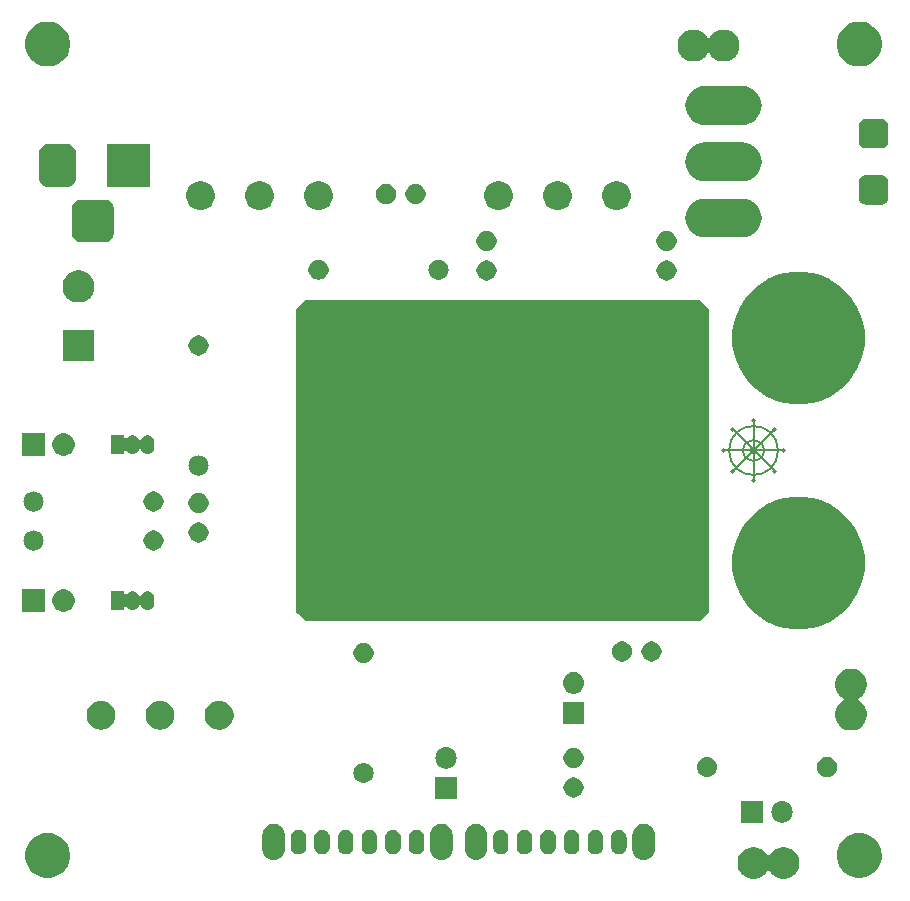
<source format=gbr>
G04 #@! TF.GenerationSoftware,KiCad,Pcbnew,(5.1.2)-1*
G04 #@! TF.CreationDate,2019-06-11T18:42:14-07:00*
G04 #@! TF.ProjectId,psu,7073752e-6b69-4636-9164-5f7063625858,rev?*
G04 #@! TF.SameCoordinates,Original*
G04 #@! TF.FileFunction,Soldermask,Bot*
G04 #@! TF.FilePolarity,Negative*
%FSLAX46Y46*%
G04 Gerber Fmt 4.6, Leading zero omitted, Abs format (unit mm)*
G04 Created by KiCad (PCBNEW (5.1.2)-1) date 2019-06-11 18:42:14*
%MOMM*%
%LPD*%
G04 APERTURE LIST*
%ADD10C,0.150000*%
%ADD11C,0.100000*%
G04 APERTURE END LIST*
D10*
X163449000Y-97790000D02*
G75*
G03X163449000Y-97790000I-889000J0D01*
G01*
X165227000Y-97790000D02*
G75*
G03X165227000Y-97790000I-127000J0D01*
G01*
X164465000Y-99568000D02*
G75*
G03X164465000Y-99568000I-127000J0D01*
G01*
X162687000Y-100330000D02*
G75*
G03X162687000Y-100330000I-127000J0D01*
G01*
X160909000Y-99568000D02*
G75*
G03X160909000Y-99568000I-127000J0D01*
G01*
X160147000Y-97790000D02*
G75*
G03X160147000Y-97790000I-127000J0D01*
G01*
X160909000Y-96012000D02*
G75*
G03X160909000Y-96012000I-127000J0D01*
G01*
X162687000Y-95250000D02*
G75*
G03X162687000Y-95250000I-127000J0D01*
G01*
X164465000Y-96012000D02*
G75*
G03X164465000Y-96012000I-127000J0D01*
G01*
X164627410Y-97790000D02*
G75*
G03X164627410Y-97790000I-2067410J0D01*
G01*
X162814000Y-97790000D02*
G75*
G03X162814000Y-97790000I-254000J0D01*
G01*
X162560000Y-97790000D02*
X160782000Y-99568000D01*
X162560000Y-97790000D02*
X160782000Y-96012000D01*
X162560000Y-97790000D02*
X164338000Y-96012000D01*
X162560000Y-97790000D02*
X164338000Y-99568000D01*
X162560000Y-97790000D02*
X162560000Y-100330000D01*
X162560000Y-97790000D02*
X160020000Y-97790000D01*
X165100000Y-97790000D02*
X162560000Y-97790000D01*
X162560000Y-95250000D02*
X162560000Y-97790000D01*
X162560000Y-97790000D02*
X162560000Y-95250000D01*
D11*
G36*
X162954072Y-131415918D02*
G01*
X163199939Y-131517759D01*
X163211524Y-131525500D01*
X163421211Y-131665609D01*
X163609391Y-131853789D01*
X163726067Y-132028406D01*
X163741613Y-132047348D01*
X163760555Y-132062893D01*
X163782165Y-132074444D01*
X163805614Y-132081557D01*
X163830000Y-132083959D01*
X163854386Y-132081557D01*
X163877835Y-132074444D01*
X163899446Y-132062893D01*
X163918388Y-132047347D01*
X163933933Y-132028406D01*
X164050609Y-131853789D01*
X164238789Y-131665609D01*
X164448476Y-131525500D01*
X164460061Y-131517759D01*
X164705928Y-131415918D01*
X164966937Y-131364000D01*
X165233063Y-131364000D01*
X165494072Y-131415918D01*
X165739939Y-131517759D01*
X165961212Y-131665610D01*
X166149390Y-131853788D01*
X166296829Y-132074444D01*
X166297242Y-132075063D01*
X166399082Y-132320928D01*
X166429578Y-132474239D01*
X166451000Y-132581938D01*
X166451000Y-132848062D01*
X166399082Y-133109072D01*
X166297241Y-133354939D01*
X166278723Y-133382653D01*
X166149391Y-133576211D01*
X165961211Y-133764391D01*
X165851328Y-133837813D01*
X165739939Y-133912241D01*
X165739938Y-133912242D01*
X165739937Y-133912242D01*
X165494072Y-134014082D01*
X165233063Y-134066000D01*
X164966937Y-134066000D01*
X164705928Y-134014082D01*
X164460063Y-133912242D01*
X164460062Y-133912242D01*
X164460061Y-133912241D01*
X164348672Y-133837813D01*
X164238789Y-133764391D01*
X164050609Y-133576211D01*
X163933933Y-133401594D01*
X163918387Y-133382652D01*
X163899445Y-133367107D01*
X163877835Y-133355556D01*
X163854386Y-133348443D01*
X163830000Y-133346041D01*
X163805614Y-133348443D01*
X163782165Y-133355556D01*
X163760554Y-133367107D01*
X163741612Y-133382653D01*
X163726067Y-133401594D01*
X163609391Y-133576211D01*
X163421211Y-133764391D01*
X163311328Y-133837813D01*
X163199939Y-133912241D01*
X163199938Y-133912242D01*
X163199937Y-133912242D01*
X162954072Y-134014082D01*
X162693063Y-134066000D01*
X162426937Y-134066000D01*
X162165928Y-134014082D01*
X161920063Y-133912242D01*
X161920062Y-133912242D01*
X161920061Y-133912241D01*
X161808672Y-133837813D01*
X161698789Y-133764391D01*
X161510609Y-133576211D01*
X161381277Y-133382653D01*
X161362759Y-133354939D01*
X161260918Y-133109072D01*
X161209000Y-132848062D01*
X161209000Y-132581938D01*
X161230423Y-132474239D01*
X161260918Y-132320928D01*
X161362758Y-132075063D01*
X161363172Y-132074444D01*
X161510610Y-131853788D01*
X161698788Y-131665610D01*
X161920061Y-131517759D01*
X162165928Y-131415918D01*
X162426937Y-131364000D01*
X162693063Y-131364000D01*
X162954072Y-131415918D01*
X162954072Y-131415918D01*
G37*
G36*
X103164666Y-130215527D02*
G01*
X103348301Y-130252054D01*
X103694261Y-130395356D01*
X104005617Y-130603397D01*
X104270403Y-130868183D01*
X104478444Y-131179539D01*
X104621746Y-131525499D01*
X104633326Y-131583718D01*
X104687047Y-131853788D01*
X104694800Y-131892768D01*
X104694800Y-132267232D01*
X104621746Y-132634501D01*
X104478444Y-132980461D01*
X104270403Y-133291817D01*
X104005617Y-133556603D01*
X103694261Y-133764644D01*
X103348301Y-133907946D01*
X103326708Y-133912241D01*
X102981033Y-133981000D01*
X102606567Y-133981000D01*
X102260892Y-133912241D01*
X102239299Y-133907946D01*
X101893339Y-133764644D01*
X101581983Y-133556603D01*
X101317197Y-133291817D01*
X101109156Y-132980461D01*
X100965854Y-132634501D01*
X100892800Y-132267232D01*
X100892800Y-131892768D01*
X100900554Y-131853788D01*
X100954274Y-131583718D01*
X100965854Y-131525499D01*
X101109156Y-131179539D01*
X101317197Y-130868183D01*
X101581983Y-130603397D01*
X101893339Y-130395356D01*
X102239299Y-130252054D01*
X102422934Y-130215527D01*
X102606567Y-130179000D01*
X102981033Y-130179000D01*
X103164666Y-130215527D01*
X103164666Y-130215527D01*
G37*
G36*
X171871666Y-130215527D02*
G01*
X172055301Y-130252054D01*
X172401261Y-130395356D01*
X172712617Y-130603397D01*
X172977403Y-130868183D01*
X173185444Y-131179539D01*
X173328746Y-131525499D01*
X173340326Y-131583718D01*
X173394047Y-131853788D01*
X173401800Y-131892768D01*
X173401800Y-132267232D01*
X173328746Y-132634501D01*
X173185444Y-132980461D01*
X172977403Y-133291817D01*
X172712617Y-133556603D01*
X172401261Y-133764644D01*
X172055301Y-133907946D01*
X172033708Y-133912241D01*
X171688033Y-133981000D01*
X171313567Y-133981000D01*
X170967892Y-133912241D01*
X170946299Y-133907946D01*
X170600339Y-133764644D01*
X170288983Y-133556603D01*
X170024197Y-133291817D01*
X169816156Y-132980461D01*
X169672854Y-132634501D01*
X169599800Y-132267232D01*
X169599800Y-131892768D01*
X169607554Y-131853788D01*
X169661274Y-131583718D01*
X169672854Y-131525499D01*
X169816156Y-131179539D01*
X170024197Y-130868183D01*
X170288983Y-130603397D01*
X170600339Y-130395356D01*
X170946299Y-130252054D01*
X171129934Y-130215527D01*
X171313567Y-130179000D01*
X171688033Y-130179000D01*
X171871666Y-130215527D01*
X171871666Y-130215527D01*
G37*
G36*
X122118424Y-129399760D02*
G01*
X122118427Y-129399761D01*
X122118428Y-129399761D01*
X122297692Y-129454140D01*
X122297695Y-129454142D01*
X122297696Y-129454142D01*
X122462903Y-129542446D01*
X122607712Y-129661288D01*
X122726554Y-129806097D01*
X122814858Y-129971303D01*
X122814860Y-129971307D01*
X122846147Y-130074447D01*
X122869240Y-130150575D01*
X122883000Y-130290282D01*
X122883000Y-131583718D01*
X122869240Y-131723425D01*
X122869239Y-131723428D01*
X122869239Y-131723429D01*
X122814860Y-131902693D01*
X122814858Y-131902696D01*
X122814858Y-131902697D01*
X122726554Y-132067903D01*
X122607712Y-132212712D01*
X122462903Y-132331554D01*
X122297697Y-132419858D01*
X122297693Y-132419860D01*
X122118429Y-132474239D01*
X122118428Y-132474239D01*
X122118425Y-132474240D01*
X121932000Y-132492601D01*
X121745576Y-132474240D01*
X121745573Y-132474239D01*
X121745572Y-132474239D01*
X121566308Y-132419860D01*
X121566304Y-132419858D01*
X121401098Y-132331554D01*
X121256289Y-132212712D01*
X121137447Y-132067903D01*
X121049140Y-131902692D01*
X120994760Y-131723430D01*
X120981000Y-131583718D01*
X120981000Y-130290283D01*
X120994760Y-130150576D01*
X120994761Y-130150572D01*
X121049140Y-129971308D01*
X121069805Y-129932646D01*
X121137446Y-129806097D01*
X121256288Y-129661288D01*
X121401097Y-129542446D01*
X121566303Y-129454142D01*
X121566304Y-129454142D01*
X121566307Y-129454140D01*
X121745571Y-129399761D01*
X121745572Y-129399761D01*
X121745575Y-129399760D01*
X121932000Y-129381399D01*
X122118424Y-129399760D01*
X122118424Y-129399760D01*
G37*
G36*
X136318424Y-129399760D02*
G01*
X136318427Y-129399761D01*
X136318428Y-129399761D01*
X136497692Y-129454140D01*
X136497695Y-129454142D01*
X136497696Y-129454142D01*
X136662903Y-129542446D01*
X136807712Y-129661288D01*
X136926554Y-129806097D01*
X137014858Y-129971303D01*
X137014860Y-129971307D01*
X137046147Y-130074447D01*
X137069240Y-130150575D01*
X137083000Y-130290282D01*
X137083000Y-131583718D01*
X137069240Y-131723425D01*
X137069239Y-131723428D01*
X137069239Y-131723429D01*
X137014860Y-131902693D01*
X137014858Y-131902696D01*
X137014858Y-131902697D01*
X136926554Y-132067903D01*
X136807712Y-132212712D01*
X136662903Y-132331554D01*
X136497697Y-132419858D01*
X136497693Y-132419860D01*
X136318429Y-132474239D01*
X136318428Y-132474239D01*
X136318425Y-132474240D01*
X136132000Y-132492601D01*
X135945576Y-132474240D01*
X135945573Y-132474239D01*
X135945572Y-132474239D01*
X135766308Y-132419860D01*
X135766304Y-132419858D01*
X135601098Y-132331554D01*
X135456289Y-132212712D01*
X135337447Y-132067903D01*
X135249140Y-131902692D01*
X135194760Y-131723430D01*
X135181000Y-131583718D01*
X135181000Y-130290283D01*
X135194760Y-130150576D01*
X135194761Y-130150572D01*
X135249140Y-129971308D01*
X135269805Y-129932646D01*
X135337446Y-129806097D01*
X135456288Y-129661288D01*
X135601097Y-129542446D01*
X135766303Y-129454142D01*
X135766304Y-129454142D01*
X135766307Y-129454140D01*
X135945571Y-129399761D01*
X135945572Y-129399761D01*
X135945575Y-129399760D01*
X136132000Y-129381399D01*
X136318424Y-129399760D01*
X136318424Y-129399760D01*
G37*
G36*
X139251424Y-129399760D02*
G01*
X139251427Y-129399761D01*
X139251428Y-129399761D01*
X139430692Y-129454140D01*
X139430695Y-129454142D01*
X139430696Y-129454142D01*
X139595903Y-129542446D01*
X139740712Y-129661288D01*
X139859554Y-129806097D01*
X139947858Y-129971303D01*
X139947860Y-129971307D01*
X139979147Y-130074447D01*
X140002240Y-130150575D01*
X140016000Y-130290282D01*
X140016000Y-131583718D01*
X140002240Y-131723425D01*
X140002239Y-131723428D01*
X140002239Y-131723429D01*
X139947860Y-131902693D01*
X139947858Y-131902696D01*
X139947858Y-131902697D01*
X139859554Y-132067903D01*
X139740712Y-132212712D01*
X139595903Y-132331554D01*
X139430697Y-132419858D01*
X139430693Y-132419860D01*
X139251429Y-132474239D01*
X139251428Y-132474239D01*
X139251425Y-132474240D01*
X139065000Y-132492601D01*
X138878576Y-132474240D01*
X138878573Y-132474239D01*
X138878572Y-132474239D01*
X138699308Y-132419860D01*
X138699304Y-132419858D01*
X138534098Y-132331554D01*
X138389289Y-132212712D01*
X138270447Y-132067903D01*
X138182140Y-131902692D01*
X138127760Y-131723430D01*
X138114000Y-131583718D01*
X138114000Y-130290283D01*
X138127760Y-130150576D01*
X138127761Y-130150572D01*
X138182140Y-129971308D01*
X138202805Y-129932646D01*
X138270446Y-129806097D01*
X138389288Y-129661288D01*
X138534097Y-129542446D01*
X138699303Y-129454142D01*
X138699304Y-129454142D01*
X138699307Y-129454140D01*
X138878571Y-129399761D01*
X138878572Y-129399761D01*
X138878575Y-129399760D01*
X139065000Y-129381399D01*
X139251424Y-129399760D01*
X139251424Y-129399760D01*
G37*
G36*
X153451424Y-129399760D02*
G01*
X153451427Y-129399761D01*
X153451428Y-129399761D01*
X153630692Y-129454140D01*
X153630695Y-129454142D01*
X153630696Y-129454142D01*
X153795903Y-129542446D01*
X153940712Y-129661288D01*
X154059554Y-129806097D01*
X154147858Y-129971303D01*
X154147860Y-129971307D01*
X154179147Y-130074447D01*
X154202240Y-130150575D01*
X154216000Y-130290282D01*
X154216000Y-131583718D01*
X154202240Y-131723425D01*
X154202239Y-131723428D01*
X154202239Y-131723429D01*
X154147860Y-131902693D01*
X154147858Y-131902696D01*
X154147858Y-131902697D01*
X154059554Y-132067903D01*
X153940712Y-132212712D01*
X153795903Y-132331554D01*
X153630697Y-132419858D01*
X153630693Y-132419860D01*
X153451429Y-132474239D01*
X153451428Y-132474239D01*
X153451425Y-132474240D01*
X153265000Y-132492601D01*
X153078576Y-132474240D01*
X153078573Y-132474239D01*
X153078572Y-132474239D01*
X152899308Y-132419860D01*
X152899304Y-132419858D01*
X152734098Y-132331554D01*
X152589289Y-132212712D01*
X152470447Y-132067903D01*
X152382140Y-131902692D01*
X152327760Y-131723430D01*
X152314000Y-131583718D01*
X152314000Y-130290283D01*
X152327760Y-130150576D01*
X152327761Y-130150572D01*
X152382140Y-129971308D01*
X152402805Y-129932646D01*
X152470446Y-129806097D01*
X152589288Y-129661288D01*
X152734097Y-129542446D01*
X152899303Y-129454142D01*
X152899304Y-129454142D01*
X152899307Y-129454140D01*
X153078571Y-129399761D01*
X153078572Y-129399761D01*
X153078575Y-129399760D01*
X153265000Y-129381399D01*
X153451424Y-129399760D01*
X153451424Y-129399760D01*
G37*
G36*
X128159617Y-129895420D02*
G01*
X128250403Y-129922960D01*
X128282335Y-129932646D01*
X128395424Y-129993094D01*
X128494554Y-130074447D01*
X128575906Y-130173575D01*
X128636354Y-130286664D01*
X128637451Y-130290282D01*
X128673580Y-130409382D01*
X128683000Y-130505027D01*
X128683000Y-131368973D01*
X128673580Y-131464618D01*
X128646040Y-131555404D01*
X128636354Y-131587336D01*
X128575906Y-131700425D01*
X128494554Y-131799554D01*
X128395425Y-131880906D01*
X128282336Y-131941354D01*
X128250404Y-131951040D01*
X128159618Y-131978580D01*
X128032000Y-131991149D01*
X127904383Y-131978580D01*
X127813597Y-131951040D01*
X127781665Y-131941354D01*
X127668576Y-131880906D01*
X127569447Y-131799554D01*
X127488095Y-131700425D01*
X127427647Y-131587336D01*
X127423282Y-131572946D01*
X127390420Y-131464618D01*
X127381000Y-131368973D01*
X127381000Y-130505028D01*
X127390420Y-130409383D01*
X127427645Y-130286669D01*
X127427646Y-130286665D01*
X127488094Y-130173576D01*
X127569447Y-130074446D01*
X127668575Y-129993094D01*
X127781664Y-129932646D01*
X127813596Y-129922960D01*
X127904382Y-129895420D01*
X128032000Y-129882851D01*
X128159617Y-129895420D01*
X128159617Y-129895420D01*
G37*
G36*
X126159617Y-129895420D02*
G01*
X126250403Y-129922960D01*
X126282335Y-129932646D01*
X126395424Y-129993094D01*
X126494554Y-130074447D01*
X126575906Y-130173575D01*
X126636354Y-130286664D01*
X126637451Y-130290282D01*
X126673580Y-130409382D01*
X126683000Y-130505027D01*
X126683000Y-131368973D01*
X126673580Y-131464618D01*
X126646040Y-131555404D01*
X126636354Y-131587336D01*
X126575906Y-131700425D01*
X126494554Y-131799554D01*
X126395425Y-131880906D01*
X126282336Y-131941354D01*
X126250404Y-131951040D01*
X126159618Y-131978580D01*
X126032000Y-131991149D01*
X125904383Y-131978580D01*
X125813597Y-131951040D01*
X125781665Y-131941354D01*
X125668576Y-131880906D01*
X125569447Y-131799554D01*
X125488095Y-131700425D01*
X125427647Y-131587336D01*
X125423282Y-131572946D01*
X125390420Y-131464618D01*
X125381000Y-131368973D01*
X125381000Y-130505028D01*
X125390420Y-130409383D01*
X125427645Y-130286669D01*
X125427646Y-130286665D01*
X125488094Y-130173576D01*
X125569447Y-130074446D01*
X125668575Y-129993094D01*
X125781664Y-129932646D01*
X125813596Y-129922960D01*
X125904382Y-129895420D01*
X126032000Y-129882851D01*
X126159617Y-129895420D01*
X126159617Y-129895420D01*
G37*
G36*
X124159617Y-129895420D02*
G01*
X124250403Y-129922960D01*
X124282335Y-129932646D01*
X124395424Y-129993094D01*
X124494554Y-130074447D01*
X124575906Y-130173575D01*
X124636354Y-130286664D01*
X124637451Y-130290282D01*
X124673580Y-130409382D01*
X124683000Y-130505027D01*
X124683000Y-131368973D01*
X124673580Y-131464618D01*
X124646040Y-131555404D01*
X124636354Y-131587336D01*
X124575906Y-131700425D01*
X124494554Y-131799554D01*
X124395425Y-131880906D01*
X124282336Y-131941354D01*
X124250404Y-131951040D01*
X124159618Y-131978580D01*
X124032000Y-131991149D01*
X123904383Y-131978580D01*
X123813597Y-131951040D01*
X123781665Y-131941354D01*
X123668576Y-131880906D01*
X123569447Y-131799554D01*
X123488095Y-131700425D01*
X123427647Y-131587336D01*
X123423282Y-131572946D01*
X123390420Y-131464618D01*
X123381000Y-131368973D01*
X123381000Y-130505028D01*
X123390420Y-130409383D01*
X123427645Y-130286669D01*
X123427646Y-130286665D01*
X123488094Y-130173576D01*
X123569447Y-130074446D01*
X123668575Y-129993094D01*
X123781664Y-129932646D01*
X123813596Y-129922960D01*
X123904382Y-129895420D01*
X124032000Y-129882851D01*
X124159617Y-129895420D01*
X124159617Y-129895420D01*
G37*
G36*
X141292617Y-129895420D02*
G01*
X141383403Y-129922960D01*
X141415335Y-129932646D01*
X141528424Y-129993094D01*
X141627554Y-130074447D01*
X141708906Y-130173575D01*
X141769354Y-130286664D01*
X141770451Y-130290282D01*
X141806580Y-130409382D01*
X141816000Y-130505027D01*
X141816000Y-131368973D01*
X141806580Y-131464618D01*
X141779040Y-131555404D01*
X141769354Y-131587336D01*
X141708906Y-131700425D01*
X141627554Y-131799554D01*
X141528425Y-131880906D01*
X141415336Y-131941354D01*
X141383404Y-131951040D01*
X141292618Y-131978580D01*
X141165000Y-131991149D01*
X141037383Y-131978580D01*
X140946597Y-131951040D01*
X140914665Y-131941354D01*
X140801576Y-131880906D01*
X140702447Y-131799554D01*
X140621095Y-131700425D01*
X140560647Y-131587336D01*
X140556282Y-131572946D01*
X140523420Y-131464618D01*
X140514000Y-131368973D01*
X140514000Y-130505028D01*
X140523420Y-130409383D01*
X140560645Y-130286669D01*
X140560646Y-130286665D01*
X140621094Y-130173576D01*
X140702447Y-130074446D01*
X140801575Y-129993094D01*
X140914664Y-129932646D01*
X140946596Y-129922960D01*
X141037382Y-129895420D01*
X141165000Y-129882851D01*
X141292617Y-129895420D01*
X141292617Y-129895420D01*
G37*
G36*
X134159617Y-129895420D02*
G01*
X134250403Y-129922960D01*
X134282335Y-129932646D01*
X134395424Y-129993094D01*
X134494554Y-130074447D01*
X134575906Y-130173575D01*
X134636354Y-130286664D01*
X134637451Y-130290282D01*
X134673580Y-130409382D01*
X134683000Y-130505027D01*
X134683000Y-131368973D01*
X134673580Y-131464618D01*
X134646040Y-131555404D01*
X134636354Y-131587336D01*
X134575906Y-131700425D01*
X134494554Y-131799554D01*
X134395425Y-131880906D01*
X134282336Y-131941354D01*
X134250404Y-131951040D01*
X134159618Y-131978580D01*
X134032000Y-131991149D01*
X133904383Y-131978580D01*
X133813597Y-131951040D01*
X133781665Y-131941354D01*
X133668576Y-131880906D01*
X133569447Y-131799554D01*
X133488095Y-131700425D01*
X133427647Y-131587336D01*
X133423282Y-131572946D01*
X133390420Y-131464618D01*
X133381000Y-131368973D01*
X133381000Y-130505028D01*
X133390420Y-130409383D01*
X133427645Y-130286669D01*
X133427646Y-130286665D01*
X133488094Y-130173576D01*
X133569447Y-130074446D01*
X133668575Y-129993094D01*
X133781664Y-129932646D01*
X133813596Y-129922960D01*
X133904382Y-129895420D01*
X134032000Y-129882851D01*
X134159617Y-129895420D01*
X134159617Y-129895420D01*
G37*
G36*
X132159617Y-129895420D02*
G01*
X132250403Y-129922960D01*
X132282335Y-129932646D01*
X132395424Y-129993094D01*
X132494554Y-130074447D01*
X132575906Y-130173575D01*
X132636354Y-130286664D01*
X132637451Y-130290282D01*
X132673580Y-130409382D01*
X132683000Y-130505027D01*
X132683000Y-131368973D01*
X132673580Y-131464618D01*
X132646040Y-131555404D01*
X132636354Y-131587336D01*
X132575906Y-131700425D01*
X132494554Y-131799554D01*
X132395425Y-131880906D01*
X132282336Y-131941354D01*
X132250404Y-131951040D01*
X132159618Y-131978580D01*
X132032000Y-131991149D01*
X131904383Y-131978580D01*
X131813597Y-131951040D01*
X131781665Y-131941354D01*
X131668576Y-131880906D01*
X131569447Y-131799554D01*
X131488095Y-131700425D01*
X131427647Y-131587336D01*
X131423282Y-131572946D01*
X131390420Y-131464618D01*
X131381000Y-131368973D01*
X131381000Y-130505028D01*
X131390420Y-130409383D01*
X131427645Y-130286669D01*
X131427646Y-130286665D01*
X131488094Y-130173576D01*
X131569447Y-130074446D01*
X131668575Y-129993094D01*
X131781664Y-129932646D01*
X131813596Y-129922960D01*
X131904382Y-129895420D01*
X132032000Y-129882851D01*
X132159617Y-129895420D01*
X132159617Y-129895420D01*
G37*
G36*
X130159617Y-129895420D02*
G01*
X130250403Y-129922960D01*
X130282335Y-129932646D01*
X130395424Y-129993094D01*
X130494554Y-130074447D01*
X130575906Y-130173575D01*
X130636354Y-130286664D01*
X130637451Y-130290282D01*
X130673580Y-130409382D01*
X130683000Y-130505027D01*
X130683000Y-131368973D01*
X130673580Y-131464618D01*
X130646040Y-131555404D01*
X130636354Y-131587336D01*
X130575906Y-131700425D01*
X130494554Y-131799554D01*
X130395425Y-131880906D01*
X130282336Y-131941354D01*
X130250404Y-131951040D01*
X130159618Y-131978580D01*
X130032000Y-131991149D01*
X129904383Y-131978580D01*
X129813597Y-131951040D01*
X129781665Y-131941354D01*
X129668576Y-131880906D01*
X129569447Y-131799554D01*
X129488095Y-131700425D01*
X129427647Y-131587336D01*
X129423282Y-131572946D01*
X129390420Y-131464618D01*
X129381000Y-131368973D01*
X129381000Y-130505028D01*
X129390420Y-130409383D01*
X129427645Y-130286669D01*
X129427646Y-130286665D01*
X129488094Y-130173576D01*
X129569447Y-130074446D01*
X129668575Y-129993094D01*
X129781664Y-129932646D01*
X129813596Y-129922960D01*
X129904382Y-129895420D01*
X130032000Y-129882851D01*
X130159617Y-129895420D01*
X130159617Y-129895420D01*
G37*
G36*
X151292617Y-129895420D02*
G01*
X151383403Y-129922960D01*
X151415335Y-129932646D01*
X151528424Y-129993094D01*
X151627554Y-130074447D01*
X151708906Y-130173575D01*
X151769354Y-130286664D01*
X151770451Y-130290282D01*
X151806580Y-130409382D01*
X151816000Y-130505027D01*
X151816000Y-131368973D01*
X151806580Y-131464618D01*
X151779040Y-131555404D01*
X151769354Y-131587336D01*
X151708906Y-131700425D01*
X151627554Y-131799554D01*
X151528425Y-131880906D01*
X151415336Y-131941354D01*
X151383404Y-131951040D01*
X151292618Y-131978580D01*
X151165000Y-131991149D01*
X151037383Y-131978580D01*
X150946597Y-131951040D01*
X150914665Y-131941354D01*
X150801576Y-131880906D01*
X150702447Y-131799554D01*
X150621095Y-131700425D01*
X150560647Y-131587336D01*
X150556282Y-131572946D01*
X150523420Y-131464618D01*
X150514000Y-131368973D01*
X150514000Y-130505028D01*
X150523420Y-130409383D01*
X150560645Y-130286669D01*
X150560646Y-130286665D01*
X150621094Y-130173576D01*
X150702447Y-130074446D01*
X150801575Y-129993094D01*
X150914664Y-129932646D01*
X150946596Y-129922960D01*
X151037382Y-129895420D01*
X151165000Y-129882851D01*
X151292617Y-129895420D01*
X151292617Y-129895420D01*
G37*
G36*
X149292617Y-129895420D02*
G01*
X149383403Y-129922960D01*
X149415335Y-129932646D01*
X149528424Y-129993094D01*
X149627554Y-130074447D01*
X149708906Y-130173575D01*
X149769354Y-130286664D01*
X149770451Y-130290282D01*
X149806580Y-130409382D01*
X149816000Y-130505027D01*
X149816000Y-131368973D01*
X149806580Y-131464618D01*
X149779040Y-131555404D01*
X149769354Y-131587336D01*
X149708906Y-131700425D01*
X149627554Y-131799554D01*
X149528425Y-131880906D01*
X149415336Y-131941354D01*
X149383404Y-131951040D01*
X149292618Y-131978580D01*
X149165000Y-131991149D01*
X149037383Y-131978580D01*
X148946597Y-131951040D01*
X148914665Y-131941354D01*
X148801576Y-131880906D01*
X148702447Y-131799554D01*
X148621095Y-131700425D01*
X148560647Y-131587336D01*
X148556282Y-131572946D01*
X148523420Y-131464618D01*
X148514000Y-131368973D01*
X148514000Y-130505028D01*
X148523420Y-130409383D01*
X148560645Y-130286669D01*
X148560646Y-130286665D01*
X148621094Y-130173576D01*
X148702447Y-130074446D01*
X148801575Y-129993094D01*
X148914664Y-129932646D01*
X148946596Y-129922960D01*
X149037382Y-129895420D01*
X149165000Y-129882851D01*
X149292617Y-129895420D01*
X149292617Y-129895420D01*
G37*
G36*
X147292617Y-129895420D02*
G01*
X147383403Y-129922960D01*
X147415335Y-129932646D01*
X147528424Y-129993094D01*
X147627554Y-130074447D01*
X147708906Y-130173575D01*
X147769354Y-130286664D01*
X147770451Y-130290282D01*
X147806580Y-130409382D01*
X147816000Y-130505027D01*
X147816000Y-131368973D01*
X147806580Y-131464618D01*
X147779040Y-131555404D01*
X147769354Y-131587336D01*
X147708906Y-131700425D01*
X147627554Y-131799554D01*
X147528425Y-131880906D01*
X147415336Y-131941354D01*
X147383404Y-131951040D01*
X147292618Y-131978580D01*
X147165000Y-131991149D01*
X147037383Y-131978580D01*
X146946597Y-131951040D01*
X146914665Y-131941354D01*
X146801576Y-131880906D01*
X146702447Y-131799554D01*
X146621095Y-131700425D01*
X146560647Y-131587336D01*
X146556282Y-131572946D01*
X146523420Y-131464618D01*
X146514000Y-131368973D01*
X146514000Y-130505028D01*
X146523420Y-130409383D01*
X146560645Y-130286669D01*
X146560646Y-130286665D01*
X146621094Y-130173576D01*
X146702447Y-130074446D01*
X146801575Y-129993094D01*
X146914664Y-129932646D01*
X146946596Y-129922960D01*
X147037382Y-129895420D01*
X147165000Y-129882851D01*
X147292617Y-129895420D01*
X147292617Y-129895420D01*
G37*
G36*
X145292617Y-129895420D02*
G01*
X145383403Y-129922960D01*
X145415335Y-129932646D01*
X145528424Y-129993094D01*
X145627554Y-130074447D01*
X145708906Y-130173575D01*
X145769354Y-130286664D01*
X145770451Y-130290282D01*
X145806580Y-130409382D01*
X145816000Y-130505027D01*
X145816000Y-131368973D01*
X145806580Y-131464618D01*
X145779040Y-131555404D01*
X145769354Y-131587336D01*
X145708906Y-131700425D01*
X145627554Y-131799554D01*
X145528425Y-131880906D01*
X145415336Y-131941354D01*
X145383404Y-131951040D01*
X145292618Y-131978580D01*
X145165000Y-131991149D01*
X145037383Y-131978580D01*
X144946597Y-131951040D01*
X144914665Y-131941354D01*
X144801576Y-131880906D01*
X144702447Y-131799554D01*
X144621095Y-131700425D01*
X144560647Y-131587336D01*
X144556282Y-131572946D01*
X144523420Y-131464618D01*
X144514000Y-131368973D01*
X144514000Y-130505028D01*
X144523420Y-130409383D01*
X144560645Y-130286669D01*
X144560646Y-130286665D01*
X144621094Y-130173576D01*
X144702447Y-130074446D01*
X144801575Y-129993094D01*
X144914664Y-129932646D01*
X144946596Y-129922960D01*
X145037382Y-129895420D01*
X145165000Y-129882851D01*
X145292617Y-129895420D01*
X145292617Y-129895420D01*
G37*
G36*
X143292617Y-129895420D02*
G01*
X143383403Y-129922960D01*
X143415335Y-129932646D01*
X143528424Y-129993094D01*
X143627554Y-130074447D01*
X143708906Y-130173575D01*
X143769354Y-130286664D01*
X143770451Y-130290282D01*
X143806580Y-130409382D01*
X143816000Y-130505027D01*
X143816000Y-131368973D01*
X143806580Y-131464618D01*
X143779040Y-131555404D01*
X143769354Y-131587336D01*
X143708906Y-131700425D01*
X143627554Y-131799554D01*
X143528425Y-131880906D01*
X143415336Y-131941354D01*
X143383404Y-131951040D01*
X143292618Y-131978580D01*
X143165000Y-131991149D01*
X143037383Y-131978580D01*
X142946597Y-131951040D01*
X142914665Y-131941354D01*
X142801576Y-131880906D01*
X142702447Y-131799554D01*
X142621095Y-131700425D01*
X142560647Y-131587336D01*
X142556282Y-131572946D01*
X142523420Y-131464618D01*
X142514000Y-131368973D01*
X142514000Y-130505028D01*
X142523420Y-130409383D01*
X142560645Y-130286669D01*
X142560646Y-130286665D01*
X142621094Y-130173576D01*
X142702447Y-130074446D01*
X142801575Y-129993094D01*
X142914664Y-129932646D01*
X142946596Y-129922960D01*
X143037382Y-129895420D01*
X143165000Y-129882851D01*
X143292617Y-129895420D01*
X143292617Y-129895420D01*
G37*
G36*
X165083443Y-127502519D02*
G01*
X165149627Y-127509037D01*
X165319466Y-127560557D01*
X165475991Y-127644222D01*
X165511729Y-127673552D01*
X165613186Y-127756814D01*
X165696448Y-127858271D01*
X165725778Y-127894009D01*
X165809443Y-128050534D01*
X165860963Y-128220373D01*
X165878359Y-128397000D01*
X165860963Y-128573627D01*
X165809443Y-128743466D01*
X165725778Y-128899991D01*
X165696448Y-128935729D01*
X165613186Y-129037186D01*
X165511729Y-129120448D01*
X165475991Y-129149778D01*
X165319466Y-129233443D01*
X165149627Y-129284963D01*
X165083443Y-129291481D01*
X165017260Y-129298000D01*
X164928740Y-129298000D01*
X164862557Y-129291481D01*
X164796373Y-129284963D01*
X164626534Y-129233443D01*
X164470009Y-129149778D01*
X164434271Y-129120448D01*
X164332814Y-129037186D01*
X164249552Y-128935729D01*
X164220222Y-128899991D01*
X164136557Y-128743466D01*
X164085037Y-128573627D01*
X164067641Y-128397000D01*
X164085037Y-128220373D01*
X164136557Y-128050534D01*
X164220222Y-127894009D01*
X164249552Y-127858271D01*
X164332814Y-127756814D01*
X164434271Y-127673552D01*
X164470009Y-127644222D01*
X164626534Y-127560557D01*
X164796373Y-127509037D01*
X164862557Y-127502519D01*
X164928740Y-127496000D01*
X165017260Y-127496000D01*
X165083443Y-127502519D01*
X165083443Y-127502519D01*
G37*
G36*
X163334000Y-129298000D02*
G01*
X161532000Y-129298000D01*
X161532000Y-127496000D01*
X163334000Y-127496000D01*
X163334000Y-129298000D01*
X163334000Y-129298000D01*
G37*
G36*
X137426000Y-127266000D02*
G01*
X135624000Y-127266000D01*
X135624000Y-125464000D01*
X137426000Y-125464000D01*
X137426000Y-127266000D01*
X137426000Y-127266000D01*
G37*
G36*
X147568228Y-125506703D02*
G01*
X147723100Y-125570853D01*
X147862481Y-125663985D01*
X147981015Y-125782519D01*
X148074147Y-125921900D01*
X148138297Y-126076772D01*
X148171000Y-126241184D01*
X148171000Y-126408816D01*
X148138297Y-126573228D01*
X148074147Y-126728100D01*
X147981015Y-126867481D01*
X147862481Y-126986015D01*
X147723100Y-127079147D01*
X147568228Y-127143297D01*
X147403816Y-127176000D01*
X147236184Y-127176000D01*
X147071772Y-127143297D01*
X146916900Y-127079147D01*
X146777519Y-126986015D01*
X146658985Y-126867481D01*
X146565853Y-126728100D01*
X146501703Y-126573228D01*
X146469000Y-126408816D01*
X146469000Y-126241184D01*
X146501703Y-126076772D01*
X146565853Y-125921900D01*
X146658985Y-125782519D01*
X146777519Y-125663985D01*
X146916900Y-125570853D01*
X147071772Y-125506703D01*
X147236184Y-125474000D01*
X147403816Y-125474000D01*
X147568228Y-125506703D01*
X147568228Y-125506703D01*
G37*
G36*
X129706823Y-124256313D02*
G01*
X129867242Y-124304976D01*
X129999906Y-124375886D01*
X130015078Y-124383996D01*
X130144659Y-124490341D01*
X130251004Y-124619922D01*
X130251005Y-124619924D01*
X130330024Y-124767758D01*
X130378687Y-124928177D01*
X130395117Y-125095000D01*
X130378687Y-125261823D01*
X130330024Y-125422242D01*
X130259114Y-125554906D01*
X130251004Y-125570078D01*
X130144659Y-125699659D01*
X130015078Y-125806004D01*
X130015076Y-125806005D01*
X129867242Y-125885024D01*
X129706823Y-125933687D01*
X129581804Y-125946000D01*
X129498196Y-125946000D01*
X129373177Y-125933687D01*
X129212758Y-125885024D01*
X129064924Y-125806005D01*
X129064922Y-125806004D01*
X128935341Y-125699659D01*
X128828996Y-125570078D01*
X128820886Y-125554906D01*
X128749976Y-125422242D01*
X128701313Y-125261823D01*
X128684883Y-125095000D01*
X128701313Y-124928177D01*
X128749976Y-124767758D01*
X128828995Y-124619924D01*
X128828996Y-124619922D01*
X128935341Y-124490341D01*
X129064922Y-124383996D01*
X129080094Y-124375886D01*
X129212758Y-124304976D01*
X129373177Y-124256313D01*
X129498196Y-124244000D01*
X129581804Y-124244000D01*
X129706823Y-124256313D01*
X129706823Y-124256313D01*
G37*
G36*
X158789823Y-123748313D02*
G01*
X158950242Y-123796976D01*
X159017361Y-123832852D01*
X159098078Y-123875996D01*
X159227659Y-123982341D01*
X159334004Y-124111922D01*
X159334005Y-124111924D01*
X159413024Y-124259758D01*
X159461687Y-124420177D01*
X159478117Y-124587000D01*
X159461687Y-124753823D01*
X159413024Y-124914242D01*
X159372477Y-124990100D01*
X159334004Y-125062078D01*
X159227659Y-125191659D01*
X159098078Y-125298004D01*
X159098076Y-125298005D01*
X158950242Y-125377024D01*
X158789823Y-125425687D01*
X158664804Y-125438000D01*
X158581196Y-125438000D01*
X158456177Y-125425687D01*
X158295758Y-125377024D01*
X158147924Y-125298005D01*
X158147922Y-125298004D01*
X158018341Y-125191659D01*
X157911996Y-125062078D01*
X157873523Y-124990100D01*
X157832976Y-124914242D01*
X157784313Y-124753823D01*
X157767883Y-124587000D01*
X157784313Y-124420177D01*
X157832976Y-124259758D01*
X157911995Y-124111924D01*
X157911996Y-124111922D01*
X158018341Y-123982341D01*
X158147922Y-123875996D01*
X158228639Y-123832852D01*
X158295758Y-123796976D01*
X158456177Y-123748313D01*
X158581196Y-123736000D01*
X158664804Y-123736000D01*
X158789823Y-123748313D01*
X158789823Y-123748313D01*
G37*
G36*
X169031228Y-123768703D02*
G01*
X169186100Y-123832853D01*
X169325481Y-123925985D01*
X169444015Y-124044519D01*
X169537147Y-124183900D01*
X169601297Y-124338772D01*
X169634000Y-124503184D01*
X169634000Y-124670816D01*
X169601297Y-124835228D01*
X169537147Y-124990100D01*
X169444015Y-125129481D01*
X169325481Y-125248015D01*
X169186100Y-125341147D01*
X169031228Y-125405297D01*
X168866816Y-125438000D01*
X168699184Y-125438000D01*
X168534772Y-125405297D01*
X168379900Y-125341147D01*
X168240519Y-125248015D01*
X168121985Y-125129481D01*
X168028853Y-124990100D01*
X167964703Y-124835228D01*
X167932000Y-124670816D01*
X167932000Y-124503184D01*
X167964703Y-124338772D01*
X168028853Y-124183900D01*
X168121985Y-124044519D01*
X168240519Y-123925985D01*
X168379900Y-123832853D01*
X168534772Y-123768703D01*
X168699184Y-123736000D01*
X168866816Y-123736000D01*
X169031228Y-123768703D01*
X169031228Y-123768703D01*
G37*
G36*
X136635443Y-122930519D02*
G01*
X136701627Y-122937037D01*
X136871466Y-122988557D01*
X137027991Y-123072222D01*
X137063729Y-123101552D01*
X137165186Y-123184814D01*
X137245369Y-123282519D01*
X137277778Y-123322009D01*
X137361443Y-123478534D01*
X137412963Y-123648373D01*
X137430359Y-123825000D01*
X137412963Y-124001627D01*
X137361443Y-124171466D01*
X137277778Y-124327991D01*
X137268931Y-124338771D01*
X137165186Y-124465186D01*
X137063729Y-124548448D01*
X137027991Y-124577778D01*
X136871466Y-124661443D01*
X136701627Y-124712963D01*
X136635443Y-124719481D01*
X136569260Y-124726000D01*
X136480740Y-124726000D01*
X136414557Y-124719481D01*
X136348373Y-124712963D01*
X136178534Y-124661443D01*
X136022009Y-124577778D01*
X135986271Y-124548448D01*
X135884814Y-124465186D01*
X135781069Y-124338771D01*
X135772222Y-124327991D01*
X135688557Y-124171466D01*
X135637037Y-124001627D01*
X135619641Y-123825000D01*
X135637037Y-123648373D01*
X135688557Y-123478534D01*
X135772222Y-123322009D01*
X135804631Y-123282519D01*
X135884814Y-123184814D01*
X135986271Y-123101552D01*
X136022009Y-123072222D01*
X136178534Y-122988557D01*
X136348373Y-122937037D01*
X136414557Y-122930519D01*
X136480740Y-122924000D01*
X136569260Y-122924000D01*
X136635443Y-122930519D01*
X136635443Y-122930519D01*
G37*
G36*
X147568228Y-123006703D02*
G01*
X147723100Y-123070853D01*
X147862481Y-123163985D01*
X147981015Y-123282519D01*
X148074147Y-123421900D01*
X148138297Y-123576772D01*
X148171000Y-123741184D01*
X148171000Y-123908816D01*
X148138297Y-124073228D01*
X148074147Y-124228100D01*
X147981015Y-124367481D01*
X147862481Y-124486015D01*
X147723100Y-124579147D01*
X147568228Y-124643297D01*
X147403816Y-124676000D01*
X147236184Y-124676000D01*
X147071772Y-124643297D01*
X146916900Y-124579147D01*
X146777519Y-124486015D01*
X146658985Y-124367481D01*
X146565853Y-124228100D01*
X146501703Y-124073228D01*
X146469000Y-123908816D01*
X146469000Y-123741184D01*
X146501703Y-123576772D01*
X146565853Y-123421900D01*
X146658985Y-123282519D01*
X146777519Y-123163985D01*
X146916900Y-123070853D01*
X147071772Y-123006703D01*
X147236184Y-122974000D01*
X147403816Y-122974000D01*
X147568228Y-123006703D01*
X147568228Y-123006703D01*
G37*
G36*
X171209072Y-116302918D02*
G01*
X171454939Y-116404759D01*
X171566328Y-116479187D01*
X171676211Y-116552609D01*
X171864391Y-116740789D01*
X172012242Y-116962063D01*
X172081195Y-117128532D01*
X172114082Y-117207928D01*
X172166000Y-117468938D01*
X172166000Y-117735062D01*
X172114082Y-117996072D01*
X172012241Y-118241939D01*
X171937813Y-118353328D01*
X171864391Y-118463211D01*
X171676211Y-118651391D01*
X171501594Y-118768067D01*
X171482652Y-118783613D01*
X171467107Y-118802555D01*
X171455556Y-118824165D01*
X171448443Y-118847614D01*
X171446041Y-118872000D01*
X171448443Y-118896386D01*
X171455556Y-118919835D01*
X171467107Y-118941446D01*
X171482653Y-118960388D01*
X171501594Y-118975933D01*
X171676211Y-119092609D01*
X171864391Y-119280789D01*
X172012242Y-119502063D01*
X172114082Y-119747928D01*
X172134256Y-119849347D01*
X172166000Y-120008938D01*
X172166000Y-120275062D01*
X172114082Y-120536072D01*
X172012241Y-120781939D01*
X171864390Y-121003212D01*
X171676212Y-121191390D01*
X171454939Y-121339241D01*
X171454938Y-121339242D01*
X171454937Y-121339242D01*
X171209072Y-121441082D01*
X170948063Y-121493000D01*
X170681937Y-121493000D01*
X170420928Y-121441082D01*
X170175063Y-121339242D01*
X170175062Y-121339242D01*
X170175061Y-121339241D01*
X169953788Y-121191390D01*
X169765610Y-121003212D01*
X169617759Y-120781939D01*
X169515918Y-120536072D01*
X169464000Y-120275062D01*
X169464000Y-120008938D01*
X169495745Y-119849347D01*
X169515918Y-119747928D01*
X169617758Y-119502063D01*
X169765609Y-119280789D01*
X169953789Y-119092609D01*
X170128406Y-118975933D01*
X170147348Y-118960387D01*
X170162893Y-118941445D01*
X170174444Y-118919835D01*
X170181557Y-118896386D01*
X170183959Y-118872000D01*
X170181557Y-118847614D01*
X170174444Y-118824165D01*
X170162893Y-118802554D01*
X170147347Y-118783612D01*
X170128406Y-118768067D01*
X169953789Y-118651391D01*
X169765609Y-118463211D01*
X169692187Y-118353328D01*
X169617759Y-118241939D01*
X169515918Y-117996072D01*
X169464000Y-117735062D01*
X169464000Y-117468938D01*
X169515918Y-117207928D01*
X169548805Y-117128532D01*
X169617758Y-116962063D01*
X169765609Y-116740789D01*
X169953789Y-116552609D01*
X170063672Y-116479187D01*
X170175061Y-116404759D01*
X170420928Y-116302918D01*
X170681937Y-116251000D01*
X170948063Y-116251000D01*
X171209072Y-116302918D01*
X171209072Y-116302918D01*
G37*
G36*
X117553205Y-119007961D02*
G01*
X117671153Y-119031422D01*
X117763194Y-119069547D01*
X117893359Y-119123463D01*
X118093342Y-119257087D01*
X118263413Y-119427158D01*
X118397037Y-119627141D01*
X118489078Y-119849348D01*
X118536000Y-120085241D01*
X118536000Y-120325759D01*
X118489078Y-120561652D01*
X118397037Y-120783859D01*
X118263413Y-120983842D01*
X118093342Y-121153913D01*
X117893359Y-121287537D01*
X117768534Y-121339241D01*
X117671153Y-121379578D01*
X117553205Y-121403039D01*
X117435259Y-121426500D01*
X117194741Y-121426500D01*
X117076795Y-121403039D01*
X116958847Y-121379578D01*
X116861466Y-121339241D01*
X116736641Y-121287537D01*
X116536658Y-121153913D01*
X116366587Y-120983842D01*
X116232963Y-120783859D01*
X116140922Y-120561652D01*
X116094000Y-120325759D01*
X116094000Y-120085241D01*
X116140922Y-119849348D01*
X116232963Y-119627141D01*
X116366587Y-119427158D01*
X116536658Y-119257087D01*
X116736641Y-119123463D01*
X116866806Y-119069547D01*
X116958847Y-119031422D01*
X117076795Y-119007961D01*
X117194741Y-118984500D01*
X117435259Y-118984500D01*
X117553205Y-119007961D01*
X117553205Y-119007961D01*
G37*
G36*
X112553205Y-119007961D02*
G01*
X112671153Y-119031422D01*
X112763194Y-119069547D01*
X112893359Y-119123463D01*
X113093342Y-119257087D01*
X113263413Y-119427158D01*
X113397037Y-119627141D01*
X113489078Y-119849348D01*
X113536000Y-120085241D01*
X113536000Y-120325759D01*
X113489078Y-120561652D01*
X113397037Y-120783859D01*
X113263413Y-120983842D01*
X113093342Y-121153913D01*
X112893359Y-121287537D01*
X112768534Y-121339241D01*
X112671153Y-121379578D01*
X112553205Y-121403039D01*
X112435259Y-121426500D01*
X112194741Y-121426500D01*
X112076795Y-121403039D01*
X111958847Y-121379578D01*
X111861466Y-121339241D01*
X111736641Y-121287537D01*
X111536658Y-121153913D01*
X111366587Y-120983842D01*
X111232963Y-120783859D01*
X111140922Y-120561652D01*
X111094000Y-120325759D01*
X111094000Y-120085241D01*
X111140922Y-119849348D01*
X111232963Y-119627141D01*
X111366587Y-119427158D01*
X111536658Y-119257087D01*
X111736641Y-119123463D01*
X111866806Y-119069547D01*
X111958847Y-119031422D01*
X112076795Y-119007961D01*
X112194741Y-118984500D01*
X112435259Y-118984500D01*
X112553205Y-119007961D01*
X112553205Y-119007961D01*
G37*
G36*
X107553205Y-119007961D02*
G01*
X107671153Y-119031422D01*
X107763194Y-119069547D01*
X107893359Y-119123463D01*
X108093342Y-119257087D01*
X108263413Y-119427158D01*
X108397037Y-119627141D01*
X108489078Y-119849348D01*
X108536000Y-120085241D01*
X108536000Y-120325759D01*
X108489078Y-120561652D01*
X108397037Y-120783859D01*
X108263413Y-120983842D01*
X108093342Y-121153913D01*
X107893359Y-121287537D01*
X107768534Y-121339241D01*
X107671153Y-121379578D01*
X107553205Y-121403039D01*
X107435259Y-121426500D01*
X107194741Y-121426500D01*
X107076795Y-121403039D01*
X106958847Y-121379578D01*
X106861466Y-121339241D01*
X106736641Y-121287537D01*
X106536658Y-121153913D01*
X106366587Y-120983842D01*
X106232963Y-120783859D01*
X106140922Y-120561652D01*
X106094000Y-120325759D01*
X106094000Y-120085241D01*
X106140922Y-119849348D01*
X106232963Y-119627141D01*
X106366587Y-119427158D01*
X106536658Y-119257087D01*
X106736641Y-119123463D01*
X106866806Y-119069547D01*
X106958847Y-119031422D01*
X107076795Y-119007961D01*
X107194741Y-118984500D01*
X107435259Y-118984500D01*
X107553205Y-119007961D01*
X107553205Y-119007961D01*
G37*
G36*
X148221000Y-120916000D02*
G01*
X146419000Y-120916000D01*
X146419000Y-119114000D01*
X148221000Y-119114000D01*
X148221000Y-120916000D01*
X148221000Y-120916000D01*
G37*
G36*
X147430443Y-116580519D02*
G01*
X147496627Y-116587037D01*
X147666466Y-116638557D01*
X147822991Y-116722222D01*
X147845615Y-116740789D01*
X147960186Y-116834814D01*
X148043448Y-116936271D01*
X148072778Y-116972009D01*
X148156443Y-117128534D01*
X148207963Y-117298373D01*
X148225359Y-117475000D01*
X148207963Y-117651627D01*
X148156443Y-117821466D01*
X148072778Y-117977991D01*
X148057939Y-117996072D01*
X147960186Y-118115186D01*
X147858729Y-118198448D01*
X147822991Y-118227778D01*
X147666466Y-118311443D01*
X147496627Y-118362963D01*
X147430442Y-118369482D01*
X147364260Y-118376000D01*
X147275740Y-118376000D01*
X147209558Y-118369482D01*
X147143373Y-118362963D01*
X146973534Y-118311443D01*
X146817009Y-118227778D01*
X146781271Y-118198448D01*
X146679814Y-118115186D01*
X146582061Y-117996072D01*
X146567222Y-117977991D01*
X146483557Y-117821466D01*
X146432037Y-117651627D01*
X146414641Y-117475000D01*
X146432037Y-117298373D01*
X146483557Y-117128534D01*
X146567222Y-116972009D01*
X146596552Y-116936271D01*
X146679814Y-116834814D01*
X146794385Y-116740789D01*
X146817009Y-116722222D01*
X146973534Y-116638557D01*
X147143373Y-116587037D01*
X147209557Y-116580519D01*
X147275740Y-116574000D01*
X147364260Y-116574000D01*
X147430443Y-116580519D01*
X147430443Y-116580519D01*
G37*
G36*
X129788228Y-114116703D02*
G01*
X129943100Y-114180853D01*
X130082481Y-114273985D01*
X130201015Y-114392519D01*
X130294147Y-114531900D01*
X130358297Y-114686772D01*
X130391000Y-114851184D01*
X130391000Y-115018816D01*
X130358297Y-115183228D01*
X130294147Y-115338100D01*
X130201015Y-115477481D01*
X130082481Y-115596015D01*
X129943100Y-115689147D01*
X129788228Y-115753297D01*
X129623816Y-115786000D01*
X129456184Y-115786000D01*
X129291772Y-115753297D01*
X129136900Y-115689147D01*
X128997519Y-115596015D01*
X128878985Y-115477481D01*
X128785853Y-115338100D01*
X128721703Y-115183228D01*
X128689000Y-115018816D01*
X128689000Y-114851184D01*
X128721703Y-114686772D01*
X128785853Y-114531900D01*
X128878985Y-114392519D01*
X128997519Y-114273985D01*
X129136900Y-114180853D01*
X129291772Y-114116703D01*
X129456184Y-114084000D01*
X129623816Y-114084000D01*
X129788228Y-114116703D01*
X129788228Y-114116703D01*
G37*
G36*
X154172228Y-113989703D02*
G01*
X154327100Y-114053853D01*
X154466481Y-114146985D01*
X154585015Y-114265519D01*
X154678147Y-114404900D01*
X154742297Y-114559772D01*
X154775000Y-114724184D01*
X154775000Y-114891816D01*
X154742297Y-115056228D01*
X154678147Y-115211100D01*
X154585015Y-115350481D01*
X154466481Y-115469015D01*
X154327100Y-115562147D01*
X154172228Y-115626297D01*
X154007816Y-115659000D01*
X153840184Y-115659000D01*
X153675772Y-115626297D01*
X153520900Y-115562147D01*
X153381519Y-115469015D01*
X153262985Y-115350481D01*
X153169853Y-115211100D01*
X153105703Y-115056228D01*
X153073000Y-114891816D01*
X153073000Y-114724184D01*
X153105703Y-114559772D01*
X153169853Y-114404900D01*
X153262985Y-114265519D01*
X153381519Y-114146985D01*
X153520900Y-114053853D01*
X153675772Y-113989703D01*
X153840184Y-113957000D01*
X154007816Y-113957000D01*
X154172228Y-113989703D01*
X154172228Y-113989703D01*
G37*
G36*
X151672228Y-113989703D02*
G01*
X151827100Y-114053853D01*
X151966481Y-114146985D01*
X152085015Y-114265519D01*
X152178147Y-114404900D01*
X152242297Y-114559772D01*
X152275000Y-114724184D01*
X152275000Y-114891816D01*
X152242297Y-115056228D01*
X152178147Y-115211100D01*
X152085015Y-115350481D01*
X151966481Y-115469015D01*
X151827100Y-115562147D01*
X151672228Y-115626297D01*
X151507816Y-115659000D01*
X151340184Y-115659000D01*
X151175772Y-115626297D01*
X151020900Y-115562147D01*
X150881519Y-115469015D01*
X150762985Y-115350481D01*
X150669853Y-115211100D01*
X150605703Y-115056228D01*
X150573000Y-114891816D01*
X150573000Y-114724184D01*
X150605703Y-114559772D01*
X150669853Y-114404900D01*
X150762985Y-114265519D01*
X150881519Y-114146985D01*
X151020900Y-114053853D01*
X151175772Y-113989703D01*
X151340184Y-113957000D01*
X151507816Y-113957000D01*
X151672228Y-113989703D01*
X151672228Y-113989703D01*
G37*
G36*
X168005573Y-101923233D02*
G01*
X169026027Y-102345919D01*
X169026029Y-102345920D01*
X169041456Y-102356228D01*
X169944413Y-102959564D01*
X170725436Y-103740587D01*
X171120538Y-104331900D01*
X171336997Y-104655853D01*
X171339081Y-104658973D01*
X171761767Y-105679427D01*
X171977250Y-106762733D01*
X171977250Y-107867267D01*
X171761767Y-108950573D01*
X171339081Y-109971027D01*
X170725436Y-110889413D01*
X169944413Y-111670436D01*
X169257183Y-112129628D01*
X169026029Y-112284080D01*
X169026028Y-112284081D01*
X169026027Y-112284081D01*
X168005573Y-112706767D01*
X166922267Y-112922250D01*
X165817733Y-112922250D01*
X164734427Y-112706767D01*
X163713973Y-112284081D01*
X163713972Y-112284081D01*
X163713971Y-112284080D01*
X163482817Y-112129628D01*
X162795587Y-111670436D01*
X162014564Y-110889413D01*
X161400919Y-109971027D01*
X160978233Y-108950573D01*
X160762750Y-107867267D01*
X160762750Y-106762733D01*
X160978233Y-105679427D01*
X161400919Y-104658973D01*
X161403004Y-104655853D01*
X161619462Y-104331900D01*
X162014564Y-103740587D01*
X162795587Y-102959564D01*
X163698544Y-102356228D01*
X163713971Y-102345920D01*
X163713973Y-102345919D01*
X164734427Y-101923233D01*
X165817733Y-101707750D01*
X166922267Y-101707750D01*
X168005573Y-101923233D01*
X168005573Y-101923233D01*
G37*
G36*
X158750000Y-85852000D02*
G01*
X158750000Y-111506000D01*
X157988000Y-112268000D01*
X124650500Y-112268000D01*
X124003138Y-111670435D01*
X123829514Y-111510167D01*
X123829513Y-111510166D01*
X123825000Y-111506000D01*
X123825000Y-85852000D01*
X124587000Y-85090000D01*
X157988000Y-85090000D01*
X158750000Y-85852000D01*
X158750000Y-85852000D01*
G37*
G36*
X104417395Y-109575546D02*
G01*
X104590466Y-109647234D01*
X104652973Y-109689000D01*
X104746227Y-109751310D01*
X104878690Y-109883773D01*
X104878691Y-109883775D01*
X104982766Y-110039534D01*
X105054454Y-110212605D01*
X105091000Y-110396333D01*
X105091000Y-110583667D01*
X105054454Y-110767395D01*
X104982766Y-110940466D01*
X104982765Y-110940467D01*
X104878690Y-111096227D01*
X104746227Y-111228690D01*
X104667818Y-111281081D01*
X104590466Y-111332766D01*
X104417395Y-111404454D01*
X104233667Y-111441000D01*
X104046333Y-111441000D01*
X103862605Y-111404454D01*
X103689534Y-111332766D01*
X103612182Y-111281081D01*
X103533773Y-111228690D01*
X103401310Y-111096227D01*
X103297235Y-110940467D01*
X103297234Y-110940466D01*
X103225546Y-110767395D01*
X103189000Y-110583667D01*
X103189000Y-110396333D01*
X103225546Y-110212605D01*
X103297234Y-110039534D01*
X103401309Y-109883775D01*
X103401310Y-109883773D01*
X103533773Y-109751310D01*
X103627027Y-109689000D01*
X103689534Y-109647234D01*
X103862605Y-109575546D01*
X104046333Y-109539000D01*
X104233667Y-109539000D01*
X104417395Y-109575546D01*
X104417395Y-109575546D01*
G37*
G36*
X102551000Y-111441000D02*
G01*
X100649000Y-111441000D01*
X100649000Y-109539000D01*
X102551000Y-109539000D01*
X102551000Y-111441000D01*
X102551000Y-111441000D01*
G37*
G36*
X111364915Y-109697334D02*
G01*
X111473491Y-109730271D01*
X111473494Y-109730272D01*
X111509600Y-109749571D01*
X111573556Y-109783756D01*
X111661264Y-109855736D01*
X111733244Y-109943443D01*
X111767429Y-110007399D01*
X111786728Y-110043505D01*
X111786729Y-110043508D01*
X111819666Y-110152084D01*
X111828000Y-110236702D01*
X111828000Y-110743297D01*
X111819666Y-110827916D01*
X111787252Y-110934767D01*
X111786728Y-110936495D01*
X111776761Y-110955141D01*
X111733244Y-111036557D01*
X111661264Y-111124264D01*
X111573557Y-111196244D01*
X111512854Y-111228690D01*
X111473495Y-111249728D01*
X111473492Y-111249729D01*
X111364916Y-111282666D01*
X111252000Y-111293787D01*
X111139085Y-111282666D01*
X111030509Y-111249729D01*
X111030506Y-111249728D01*
X110991147Y-111228690D01*
X110930444Y-111196244D01*
X110842737Y-111124264D01*
X110770757Y-111036557D01*
X110727239Y-110955141D01*
X110713625Y-110934766D01*
X110696298Y-110917439D01*
X110675924Y-110903826D01*
X110653285Y-110894448D01*
X110629252Y-110889668D01*
X110604748Y-110889668D01*
X110580715Y-110894448D01*
X110558076Y-110903826D01*
X110537701Y-110917440D01*
X110520374Y-110934767D01*
X110506761Y-110955141D01*
X110463244Y-111036557D01*
X110391264Y-111124264D01*
X110303557Y-111196244D01*
X110242854Y-111228690D01*
X110203495Y-111249728D01*
X110203492Y-111249729D01*
X110094916Y-111282666D01*
X109982000Y-111293787D01*
X109869085Y-111282666D01*
X109760509Y-111249729D01*
X109760506Y-111249728D01*
X109721147Y-111228690D01*
X109660444Y-111196244D01*
X109572737Y-111124264D01*
X109509622Y-111047359D01*
X109492297Y-111030034D01*
X109471923Y-111016420D01*
X109449284Y-111007043D01*
X109425250Y-111002263D01*
X109400746Y-111002263D01*
X109376713Y-111007044D01*
X109354074Y-111016421D01*
X109333700Y-111030035D01*
X109316373Y-111047362D01*
X109302759Y-111067736D01*
X109293382Y-111090375D01*
X109288000Y-111126660D01*
X109288000Y-111291000D01*
X108136000Y-111291000D01*
X108136000Y-109689000D01*
X109288000Y-109689000D01*
X109288000Y-109853341D01*
X109290402Y-109877727D01*
X109297515Y-109901176D01*
X109309066Y-109922787D01*
X109324611Y-109941729D01*
X109343553Y-109957274D01*
X109365164Y-109968825D01*
X109388613Y-109975938D01*
X109412999Y-109978340D01*
X109437385Y-109975938D01*
X109460834Y-109968825D01*
X109482445Y-109957274D01*
X109501387Y-109941729D01*
X109509608Y-109932657D01*
X109572736Y-109855736D01*
X109660443Y-109783756D01*
X109724399Y-109749571D01*
X109760505Y-109730272D01*
X109760508Y-109730271D01*
X109869084Y-109697334D01*
X109982000Y-109686213D01*
X110094915Y-109697334D01*
X110203491Y-109730271D01*
X110203494Y-109730272D01*
X110239600Y-109749571D01*
X110303556Y-109783756D01*
X110391264Y-109855736D01*
X110463244Y-109943443D01*
X110506761Y-110024859D01*
X110520375Y-110045234D01*
X110537702Y-110062561D01*
X110558076Y-110076174D01*
X110580715Y-110085552D01*
X110604748Y-110090332D01*
X110629252Y-110090332D01*
X110653285Y-110085552D01*
X110675924Y-110076174D01*
X110696299Y-110062560D01*
X110713626Y-110045233D01*
X110727239Y-110024860D01*
X110770756Y-109943444D01*
X110842736Y-109855736D01*
X110930443Y-109783756D01*
X110994399Y-109749571D01*
X111030505Y-109730272D01*
X111030508Y-109730271D01*
X111139084Y-109697334D01*
X111252000Y-109686213D01*
X111364915Y-109697334D01*
X111364915Y-109697334D01*
G37*
G36*
X101766823Y-104571313D02*
G01*
X101927242Y-104619976D01*
X101994361Y-104655852D01*
X102075078Y-104698996D01*
X102204659Y-104805341D01*
X102311004Y-104934922D01*
X102311005Y-104934924D01*
X102390024Y-105082758D01*
X102438687Y-105243177D01*
X102455117Y-105410000D01*
X102438687Y-105576823D01*
X102390024Y-105737242D01*
X102349477Y-105813100D01*
X102311004Y-105885078D01*
X102204659Y-106014659D01*
X102075078Y-106121004D01*
X102075076Y-106121005D01*
X101927242Y-106200024D01*
X101766823Y-106248687D01*
X101641804Y-106261000D01*
X101558196Y-106261000D01*
X101433177Y-106248687D01*
X101272758Y-106200024D01*
X101124924Y-106121005D01*
X101124922Y-106121004D01*
X100995341Y-106014659D01*
X100888996Y-105885078D01*
X100850523Y-105813100D01*
X100809976Y-105737242D01*
X100761313Y-105576823D01*
X100744883Y-105410000D01*
X100761313Y-105243177D01*
X100809976Y-105082758D01*
X100888995Y-104934924D01*
X100888996Y-104934922D01*
X100995341Y-104805341D01*
X101124922Y-104698996D01*
X101205639Y-104655852D01*
X101272758Y-104619976D01*
X101433177Y-104571313D01*
X101558196Y-104559000D01*
X101641804Y-104559000D01*
X101766823Y-104571313D01*
X101766823Y-104571313D01*
G37*
G36*
X112008228Y-104591703D02*
G01*
X112163100Y-104655853D01*
X112302481Y-104748985D01*
X112421015Y-104867519D01*
X112514147Y-105006900D01*
X112578297Y-105161772D01*
X112611000Y-105326184D01*
X112611000Y-105493816D01*
X112578297Y-105658228D01*
X112514147Y-105813100D01*
X112421015Y-105952481D01*
X112302481Y-106071015D01*
X112163100Y-106164147D01*
X112008228Y-106228297D01*
X111843816Y-106261000D01*
X111676184Y-106261000D01*
X111511772Y-106228297D01*
X111356900Y-106164147D01*
X111217519Y-106071015D01*
X111098985Y-105952481D01*
X111005853Y-105813100D01*
X110941703Y-105658228D01*
X110909000Y-105493816D01*
X110909000Y-105326184D01*
X110941703Y-105161772D01*
X111005853Y-105006900D01*
X111098985Y-104867519D01*
X111217519Y-104748985D01*
X111356900Y-104655853D01*
X111511772Y-104591703D01*
X111676184Y-104559000D01*
X111843816Y-104559000D01*
X112008228Y-104591703D01*
X112008228Y-104591703D01*
G37*
G36*
X115818228Y-103916703D02*
G01*
X115973100Y-103980853D01*
X116112481Y-104073985D01*
X116231015Y-104192519D01*
X116324147Y-104331900D01*
X116388297Y-104486772D01*
X116421000Y-104651184D01*
X116421000Y-104818816D01*
X116388297Y-104983228D01*
X116324147Y-105138100D01*
X116231015Y-105277481D01*
X116112481Y-105396015D01*
X115973100Y-105489147D01*
X115818228Y-105553297D01*
X115653816Y-105586000D01*
X115486184Y-105586000D01*
X115321772Y-105553297D01*
X115166900Y-105489147D01*
X115027519Y-105396015D01*
X114908985Y-105277481D01*
X114815853Y-105138100D01*
X114751703Y-104983228D01*
X114719000Y-104818816D01*
X114719000Y-104651184D01*
X114751703Y-104486772D01*
X114815853Y-104331900D01*
X114908985Y-104192519D01*
X115027519Y-104073985D01*
X115166900Y-103980853D01*
X115321772Y-103916703D01*
X115486184Y-103884000D01*
X115653816Y-103884000D01*
X115818228Y-103916703D01*
X115818228Y-103916703D01*
G37*
G36*
X115818228Y-101416703D02*
G01*
X115973100Y-101480853D01*
X116112481Y-101573985D01*
X116231015Y-101692519D01*
X116324147Y-101831900D01*
X116388297Y-101986772D01*
X116421000Y-102151184D01*
X116421000Y-102318816D01*
X116388297Y-102483228D01*
X116324147Y-102638100D01*
X116231015Y-102777481D01*
X116112481Y-102896015D01*
X115973100Y-102989147D01*
X115818228Y-103053297D01*
X115653816Y-103086000D01*
X115486184Y-103086000D01*
X115321772Y-103053297D01*
X115166900Y-102989147D01*
X115027519Y-102896015D01*
X114908985Y-102777481D01*
X114815853Y-102638100D01*
X114751703Y-102483228D01*
X114719000Y-102318816D01*
X114719000Y-102151184D01*
X114751703Y-101986772D01*
X114815853Y-101831900D01*
X114908985Y-101692519D01*
X115027519Y-101573985D01*
X115166900Y-101480853D01*
X115321772Y-101416703D01*
X115486184Y-101384000D01*
X115653816Y-101384000D01*
X115818228Y-101416703D01*
X115818228Y-101416703D01*
G37*
G36*
X112008228Y-101289703D02*
G01*
X112163100Y-101353853D01*
X112302481Y-101446985D01*
X112421015Y-101565519D01*
X112514147Y-101704900D01*
X112578297Y-101859772D01*
X112611000Y-102024184D01*
X112611000Y-102191816D01*
X112578297Y-102356228D01*
X112514147Y-102511100D01*
X112421015Y-102650481D01*
X112302481Y-102769015D01*
X112163100Y-102862147D01*
X112008228Y-102926297D01*
X111843816Y-102959000D01*
X111676184Y-102959000D01*
X111511772Y-102926297D01*
X111356900Y-102862147D01*
X111217519Y-102769015D01*
X111098985Y-102650481D01*
X111005853Y-102511100D01*
X110941703Y-102356228D01*
X110909000Y-102191816D01*
X110909000Y-102024184D01*
X110941703Y-101859772D01*
X111005853Y-101704900D01*
X111098985Y-101565519D01*
X111217519Y-101446985D01*
X111356900Y-101353853D01*
X111511772Y-101289703D01*
X111676184Y-101257000D01*
X111843816Y-101257000D01*
X112008228Y-101289703D01*
X112008228Y-101289703D01*
G37*
G36*
X101766823Y-101269313D02*
G01*
X101927242Y-101317976D01*
X101994361Y-101353852D01*
X102075078Y-101396996D01*
X102204659Y-101503341D01*
X102311004Y-101632922D01*
X102311005Y-101632924D01*
X102390024Y-101780758D01*
X102438687Y-101941177D01*
X102455117Y-102108000D01*
X102438687Y-102274823D01*
X102390024Y-102435242D01*
X102349477Y-102511100D01*
X102311004Y-102583078D01*
X102204659Y-102712659D01*
X102075078Y-102819004D01*
X102075076Y-102819005D01*
X101927242Y-102898024D01*
X101766823Y-102946687D01*
X101641804Y-102959000D01*
X101558196Y-102959000D01*
X101433177Y-102946687D01*
X101272758Y-102898024D01*
X101124924Y-102819005D01*
X101124922Y-102819004D01*
X100995341Y-102712659D01*
X100888996Y-102583078D01*
X100850523Y-102511100D01*
X100809976Y-102435242D01*
X100761313Y-102274823D01*
X100744883Y-102108000D01*
X100761313Y-101941177D01*
X100809976Y-101780758D01*
X100888995Y-101632924D01*
X100888996Y-101632922D01*
X100995341Y-101503341D01*
X101124922Y-101396996D01*
X101205639Y-101353852D01*
X101272758Y-101317976D01*
X101433177Y-101269313D01*
X101558196Y-101257000D01*
X101641804Y-101257000D01*
X101766823Y-101269313D01*
X101766823Y-101269313D01*
G37*
G36*
X115736823Y-98221313D02*
G01*
X115897242Y-98269976D01*
X116029906Y-98340886D01*
X116045078Y-98348996D01*
X116174659Y-98455341D01*
X116281004Y-98584922D01*
X116281005Y-98584924D01*
X116360024Y-98732758D01*
X116408687Y-98893177D01*
X116425117Y-99060000D01*
X116408687Y-99226823D01*
X116360024Y-99387242D01*
X116289114Y-99519906D01*
X116281004Y-99535078D01*
X116174659Y-99664659D01*
X116045078Y-99771004D01*
X116045076Y-99771005D01*
X115897242Y-99850024D01*
X115736823Y-99898687D01*
X115611804Y-99911000D01*
X115528196Y-99911000D01*
X115403177Y-99898687D01*
X115242758Y-99850024D01*
X115094924Y-99771005D01*
X115094922Y-99771004D01*
X114965341Y-99664659D01*
X114858996Y-99535078D01*
X114850886Y-99519906D01*
X114779976Y-99387242D01*
X114731313Y-99226823D01*
X114714883Y-99060000D01*
X114731313Y-98893177D01*
X114779976Y-98732758D01*
X114858995Y-98584924D01*
X114858996Y-98584922D01*
X114965341Y-98455341D01*
X115094922Y-98348996D01*
X115110094Y-98340886D01*
X115242758Y-98269976D01*
X115403177Y-98221313D01*
X115528196Y-98209000D01*
X115611804Y-98209000D01*
X115736823Y-98221313D01*
X115736823Y-98221313D01*
G37*
G36*
X104417395Y-96367546D02*
G01*
X104590466Y-96439234D01*
X104652973Y-96481000D01*
X104746227Y-96543310D01*
X104878690Y-96675773D01*
X104878691Y-96675775D01*
X104982766Y-96831534D01*
X105054454Y-97004605D01*
X105091000Y-97188333D01*
X105091000Y-97375667D01*
X105054454Y-97559395D01*
X104982766Y-97732466D01*
X104982765Y-97732467D01*
X104878690Y-97888227D01*
X104746227Y-98020690D01*
X104667818Y-98073081D01*
X104590466Y-98124766D01*
X104417395Y-98196454D01*
X104233667Y-98233000D01*
X104046333Y-98233000D01*
X103862605Y-98196454D01*
X103689534Y-98124766D01*
X103612182Y-98073081D01*
X103533773Y-98020690D01*
X103401310Y-97888227D01*
X103297235Y-97732467D01*
X103297234Y-97732466D01*
X103225546Y-97559395D01*
X103189000Y-97375667D01*
X103189000Y-97188333D01*
X103225546Y-97004605D01*
X103297234Y-96831534D01*
X103401309Y-96675775D01*
X103401310Y-96675773D01*
X103533773Y-96543310D01*
X103627027Y-96481000D01*
X103689534Y-96439234D01*
X103862605Y-96367546D01*
X104046333Y-96331000D01*
X104233667Y-96331000D01*
X104417395Y-96367546D01*
X104417395Y-96367546D01*
G37*
G36*
X102551000Y-98233000D02*
G01*
X100649000Y-98233000D01*
X100649000Y-96331000D01*
X102551000Y-96331000D01*
X102551000Y-98233000D01*
X102551000Y-98233000D01*
G37*
G36*
X111364915Y-96489334D02*
G01*
X111473491Y-96522271D01*
X111473494Y-96522272D01*
X111509600Y-96541571D01*
X111573556Y-96575756D01*
X111661264Y-96647736D01*
X111733244Y-96735443D01*
X111767429Y-96799399D01*
X111786728Y-96835505D01*
X111786729Y-96835508D01*
X111819666Y-96944084D01*
X111828000Y-97028702D01*
X111828000Y-97535297D01*
X111819666Y-97619916D01*
X111787252Y-97726767D01*
X111786728Y-97728495D01*
X111776761Y-97747141D01*
X111733244Y-97828557D01*
X111661264Y-97916264D01*
X111573557Y-97988244D01*
X111512854Y-98020690D01*
X111473495Y-98041728D01*
X111473492Y-98041729D01*
X111364916Y-98074666D01*
X111252000Y-98085787D01*
X111139085Y-98074666D01*
X111030509Y-98041729D01*
X111030506Y-98041728D01*
X110991147Y-98020690D01*
X110930444Y-97988244D01*
X110842737Y-97916264D01*
X110770757Y-97828557D01*
X110727239Y-97747141D01*
X110713625Y-97726766D01*
X110696298Y-97709439D01*
X110675924Y-97695826D01*
X110653285Y-97686448D01*
X110629252Y-97681668D01*
X110604748Y-97681668D01*
X110580715Y-97686448D01*
X110558076Y-97695826D01*
X110537701Y-97709440D01*
X110520374Y-97726767D01*
X110506761Y-97747141D01*
X110463244Y-97828557D01*
X110391264Y-97916264D01*
X110303557Y-97988244D01*
X110242854Y-98020690D01*
X110203495Y-98041728D01*
X110203492Y-98041729D01*
X110094916Y-98074666D01*
X109982000Y-98085787D01*
X109869085Y-98074666D01*
X109760509Y-98041729D01*
X109760506Y-98041728D01*
X109721147Y-98020690D01*
X109660444Y-97988244D01*
X109572737Y-97916264D01*
X109509622Y-97839359D01*
X109492297Y-97822034D01*
X109471923Y-97808420D01*
X109449284Y-97799043D01*
X109425250Y-97794263D01*
X109400746Y-97794263D01*
X109376713Y-97799044D01*
X109354074Y-97808421D01*
X109333700Y-97822035D01*
X109316373Y-97839362D01*
X109302759Y-97859736D01*
X109293382Y-97882375D01*
X109288000Y-97918660D01*
X109288000Y-98083000D01*
X108136000Y-98083000D01*
X108136000Y-96481000D01*
X109288000Y-96481000D01*
X109288000Y-96645341D01*
X109290402Y-96669727D01*
X109297515Y-96693176D01*
X109309066Y-96714787D01*
X109324611Y-96733729D01*
X109343553Y-96749274D01*
X109365164Y-96760825D01*
X109388613Y-96767938D01*
X109412999Y-96770340D01*
X109437385Y-96767938D01*
X109460834Y-96760825D01*
X109482445Y-96749274D01*
X109501387Y-96733729D01*
X109509608Y-96724657D01*
X109572736Y-96647736D01*
X109660443Y-96575756D01*
X109724399Y-96541571D01*
X109760505Y-96522272D01*
X109760508Y-96522271D01*
X109869084Y-96489334D01*
X109982000Y-96478213D01*
X110094915Y-96489334D01*
X110203491Y-96522271D01*
X110203494Y-96522272D01*
X110239600Y-96541571D01*
X110303556Y-96575756D01*
X110391264Y-96647736D01*
X110463244Y-96735443D01*
X110506761Y-96816859D01*
X110520375Y-96837234D01*
X110537702Y-96854561D01*
X110558076Y-96868174D01*
X110580715Y-96877552D01*
X110604748Y-96882332D01*
X110629252Y-96882332D01*
X110653285Y-96877552D01*
X110675924Y-96868174D01*
X110696299Y-96854560D01*
X110713626Y-96837233D01*
X110727239Y-96816860D01*
X110770756Y-96735444D01*
X110842736Y-96647736D01*
X110930443Y-96575756D01*
X110994399Y-96541571D01*
X111030505Y-96522272D01*
X111030508Y-96522271D01*
X111139084Y-96489334D01*
X111252000Y-96478213D01*
X111364915Y-96489334D01*
X111364915Y-96489334D01*
G37*
G36*
X168005573Y-82873233D02*
G01*
X169026027Y-83295919D01*
X169026029Y-83295920D01*
X169183292Y-83401000D01*
X169944413Y-83909564D01*
X170725436Y-84690587D01*
X171339081Y-85608973D01*
X171761767Y-86629427D01*
X171977250Y-87712733D01*
X171977250Y-88817267D01*
X171761767Y-89900573D01*
X171339081Y-90921027D01*
X170725436Y-91839413D01*
X169944413Y-92620436D01*
X169257183Y-93079628D01*
X169026029Y-93234080D01*
X169026028Y-93234081D01*
X169026027Y-93234081D01*
X168005573Y-93656767D01*
X166922267Y-93872250D01*
X165817733Y-93872250D01*
X164734427Y-93656767D01*
X163713973Y-93234081D01*
X163713972Y-93234081D01*
X163713971Y-93234080D01*
X163482817Y-93079628D01*
X162795587Y-92620436D01*
X162014564Y-91839413D01*
X161400919Y-90921027D01*
X160978233Y-89900573D01*
X160762750Y-88817267D01*
X160762750Y-87712733D01*
X160978233Y-86629427D01*
X161400919Y-85608973D01*
X162014564Y-84690587D01*
X162795587Y-83909564D01*
X163556708Y-83401000D01*
X163713971Y-83295920D01*
X163713973Y-83295919D01*
X164734427Y-82873233D01*
X165817733Y-82657750D01*
X166922267Y-82657750D01*
X168005573Y-82873233D01*
X168005573Y-82873233D01*
G37*
G36*
X106761000Y-90251000D02*
G01*
X104059000Y-90251000D01*
X104059000Y-87549000D01*
X106761000Y-87549000D01*
X106761000Y-90251000D01*
X106761000Y-90251000D01*
G37*
G36*
X115818228Y-88081703D02*
G01*
X115973100Y-88145853D01*
X116112481Y-88238985D01*
X116231015Y-88357519D01*
X116324147Y-88496900D01*
X116388297Y-88651772D01*
X116421000Y-88816184D01*
X116421000Y-88983816D01*
X116388297Y-89148228D01*
X116324147Y-89303100D01*
X116231015Y-89442481D01*
X116112481Y-89561015D01*
X115973100Y-89654147D01*
X115818228Y-89718297D01*
X115653816Y-89751000D01*
X115486184Y-89751000D01*
X115321772Y-89718297D01*
X115166900Y-89654147D01*
X115027519Y-89561015D01*
X114908985Y-89442481D01*
X114815853Y-89303100D01*
X114751703Y-89148228D01*
X114719000Y-88983816D01*
X114719000Y-88816184D01*
X114751703Y-88651772D01*
X114815853Y-88496900D01*
X114908985Y-88357519D01*
X115027519Y-88238985D01*
X115166900Y-88145853D01*
X115321772Y-88081703D01*
X115486184Y-88049000D01*
X115653816Y-88049000D01*
X115818228Y-88081703D01*
X115818228Y-88081703D01*
G37*
G36*
X105804072Y-82600918D02*
G01*
X105930590Y-82653323D01*
X106049939Y-82702759D01*
X106097785Y-82734729D01*
X106271211Y-82850609D01*
X106459391Y-83038789D01*
X106495266Y-83092480D01*
X106594270Y-83240648D01*
X106607242Y-83260063D01*
X106709082Y-83505928D01*
X106761000Y-83766937D01*
X106761000Y-84033063D01*
X106709082Y-84294072D01*
X106607242Y-84539937D01*
X106506581Y-84690587D01*
X106459390Y-84761212D01*
X106271212Y-84949390D01*
X106049939Y-85097241D01*
X106049938Y-85097242D01*
X106049937Y-85097242D01*
X105804072Y-85199082D01*
X105543063Y-85251000D01*
X105276937Y-85251000D01*
X105015928Y-85199082D01*
X104770063Y-85097242D01*
X104770062Y-85097242D01*
X104770061Y-85097241D01*
X104548788Y-84949390D01*
X104360610Y-84761212D01*
X104313420Y-84690587D01*
X104212758Y-84539937D01*
X104110918Y-84294072D01*
X104059000Y-84033063D01*
X104059000Y-83766937D01*
X104110918Y-83505928D01*
X104212758Y-83260063D01*
X104225731Y-83240648D01*
X104324734Y-83092480D01*
X104360609Y-83038789D01*
X104548789Y-82850609D01*
X104722215Y-82734729D01*
X104770061Y-82702759D01*
X104889411Y-82653323D01*
X105015928Y-82600918D01*
X105276937Y-82549000D01*
X105543063Y-82549000D01*
X105804072Y-82600918D01*
X105804072Y-82600918D01*
G37*
G36*
X140202228Y-81731703D02*
G01*
X140357100Y-81795853D01*
X140496481Y-81888985D01*
X140615015Y-82007519D01*
X140708147Y-82146900D01*
X140772297Y-82301772D01*
X140805000Y-82466184D01*
X140805000Y-82633816D01*
X140772297Y-82798228D01*
X140708147Y-82953100D01*
X140615015Y-83092481D01*
X140496481Y-83211015D01*
X140357100Y-83304147D01*
X140202228Y-83368297D01*
X140037816Y-83401000D01*
X139870184Y-83401000D01*
X139705772Y-83368297D01*
X139550900Y-83304147D01*
X139411519Y-83211015D01*
X139292985Y-83092481D01*
X139199853Y-82953100D01*
X139135703Y-82798228D01*
X139103000Y-82633816D01*
X139103000Y-82466184D01*
X139135703Y-82301772D01*
X139199853Y-82146900D01*
X139292985Y-82007519D01*
X139411519Y-81888985D01*
X139550900Y-81795853D01*
X139705772Y-81731703D01*
X139870184Y-81699000D01*
X140037816Y-81699000D01*
X140202228Y-81731703D01*
X140202228Y-81731703D01*
G37*
G36*
X155442228Y-81731703D02*
G01*
X155597100Y-81795853D01*
X155736481Y-81888985D01*
X155855015Y-82007519D01*
X155948147Y-82146900D01*
X156012297Y-82301772D01*
X156045000Y-82466184D01*
X156045000Y-82633816D01*
X156012297Y-82798228D01*
X155948147Y-82953100D01*
X155855015Y-83092481D01*
X155736481Y-83211015D01*
X155597100Y-83304147D01*
X155442228Y-83368297D01*
X155277816Y-83401000D01*
X155110184Y-83401000D01*
X154945772Y-83368297D01*
X154790900Y-83304147D01*
X154651519Y-83211015D01*
X154532985Y-83092481D01*
X154439853Y-82953100D01*
X154375703Y-82798228D01*
X154343000Y-82633816D01*
X154343000Y-82466184D01*
X154375703Y-82301772D01*
X154439853Y-82146900D01*
X154532985Y-82007519D01*
X154651519Y-81888985D01*
X154790900Y-81795853D01*
X154945772Y-81731703D01*
X155110184Y-81699000D01*
X155277816Y-81699000D01*
X155442228Y-81731703D01*
X155442228Y-81731703D01*
G37*
G36*
X125978228Y-81668203D02*
G01*
X126133100Y-81732353D01*
X126272481Y-81825485D01*
X126391015Y-81944019D01*
X126484147Y-82083400D01*
X126548297Y-82238272D01*
X126581000Y-82402684D01*
X126581000Y-82570316D01*
X126548297Y-82734728D01*
X126484147Y-82889600D01*
X126391015Y-83028981D01*
X126272481Y-83147515D01*
X126133100Y-83240647D01*
X125978228Y-83304797D01*
X125813816Y-83337500D01*
X125646184Y-83337500D01*
X125481772Y-83304797D01*
X125326900Y-83240647D01*
X125187519Y-83147515D01*
X125068985Y-83028981D01*
X124975853Y-82889600D01*
X124911703Y-82734728D01*
X124879000Y-82570316D01*
X124879000Y-82402684D01*
X124911703Y-82238272D01*
X124975853Y-82083400D01*
X125068985Y-81944019D01*
X125187519Y-81825485D01*
X125326900Y-81732353D01*
X125481772Y-81668203D01*
X125646184Y-81635500D01*
X125813816Y-81635500D01*
X125978228Y-81668203D01*
X125978228Y-81668203D01*
G37*
G36*
X136056823Y-81647813D02*
G01*
X136217242Y-81696476D01*
X136284361Y-81732352D01*
X136365078Y-81775496D01*
X136494659Y-81881841D01*
X136601004Y-82011422D01*
X136601005Y-82011424D01*
X136680024Y-82159258D01*
X136728687Y-82319677D01*
X136745117Y-82486500D01*
X136728687Y-82653323D01*
X136680024Y-82813742D01*
X136639477Y-82889600D01*
X136601004Y-82961578D01*
X136494659Y-83091159D01*
X136365078Y-83197504D01*
X136365076Y-83197505D01*
X136217242Y-83276524D01*
X136056823Y-83325187D01*
X135931804Y-83337500D01*
X135848196Y-83337500D01*
X135723177Y-83325187D01*
X135562758Y-83276524D01*
X135414924Y-83197505D01*
X135414922Y-83197504D01*
X135285341Y-83091159D01*
X135178996Y-82961578D01*
X135140523Y-82889600D01*
X135099976Y-82813742D01*
X135051313Y-82653323D01*
X135034883Y-82486500D01*
X135051313Y-82319677D01*
X135099976Y-82159258D01*
X135178995Y-82011424D01*
X135178996Y-82011422D01*
X135285341Y-81881841D01*
X135414922Y-81775496D01*
X135495639Y-81732352D01*
X135562758Y-81696476D01*
X135723177Y-81647813D01*
X135848196Y-81635500D01*
X135931804Y-81635500D01*
X136056823Y-81647813D01*
X136056823Y-81647813D01*
G37*
G36*
X140202228Y-79231703D02*
G01*
X140357100Y-79295853D01*
X140496481Y-79388985D01*
X140615015Y-79507519D01*
X140708147Y-79646900D01*
X140772297Y-79801772D01*
X140805000Y-79966184D01*
X140805000Y-80133816D01*
X140772297Y-80298228D01*
X140708147Y-80453100D01*
X140615015Y-80592481D01*
X140496481Y-80711015D01*
X140357100Y-80804147D01*
X140202228Y-80868297D01*
X140037816Y-80901000D01*
X139870184Y-80901000D01*
X139705772Y-80868297D01*
X139550900Y-80804147D01*
X139411519Y-80711015D01*
X139292985Y-80592481D01*
X139199853Y-80453100D01*
X139135703Y-80298228D01*
X139103000Y-80133816D01*
X139103000Y-79966184D01*
X139135703Y-79801772D01*
X139199853Y-79646900D01*
X139292985Y-79507519D01*
X139411519Y-79388985D01*
X139550900Y-79295853D01*
X139705772Y-79231703D01*
X139870184Y-79199000D01*
X140037816Y-79199000D01*
X140202228Y-79231703D01*
X140202228Y-79231703D01*
G37*
G36*
X155442228Y-79231703D02*
G01*
X155597100Y-79295853D01*
X155736481Y-79388985D01*
X155855015Y-79507519D01*
X155948147Y-79646900D01*
X156012297Y-79801772D01*
X156045000Y-79966184D01*
X156045000Y-80133816D01*
X156012297Y-80298228D01*
X155948147Y-80453100D01*
X155855015Y-80592481D01*
X155736481Y-80711015D01*
X155597100Y-80804147D01*
X155442228Y-80868297D01*
X155277816Y-80901000D01*
X155110184Y-80901000D01*
X154945772Y-80868297D01*
X154790900Y-80804147D01*
X154651519Y-80711015D01*
X154532985Y-80592481D01*
X154439853Y-80453100D01*
X154375703Y-80298228D01*
X154343000Y-80133816D01*
X154343000Y-79966184D01*
X154375703Y-79801772D01*
X154439853Y-79646900D01*
X154532985Y-79507519D01*
X154651519Y-79388985D01*
X154790900Y-79295853D01*
X154945772Y-79231703D01*
X155110184Y-79199000D01*
X155277816Y-79199000D01*
X155442228Y-79231703D01*
X155442228Y-79231703D01*
G37*
G36*
X107758366Y-76575695D02*
G01*
X107915460Y-76623349D01*
X108060231Y-76700731D01*
X108187128Y-76804872D01*
X108291269Y-76931769D01*
X108368651Y-77076540D01*
X108416305Y-77233634D01*
X108433000Y-77403140D01*
X108433000Y-79316860D01*
X108416305Y-79486366D01*
X108368651Y-79643460D01*
X108291269Y-79788231D01*
X108187128Y-79915128D01*
X108060231Y-80019269D01*
X107915460Y-80096651D01*
X107758366Y-80144305D01*
X107588860Y-80161000D01*
X105675140Y-80161000D01*
X105505634Y-80144305D01*
X105348540Y-80096651D01*
X105203769Y-80019269D01*
X105076872Y-79915128D01*
X104972731Y-79788231D01*
X104895349Y-79643460D01*
X104847695Y-79486366D01*
X104831000Y-79316860D01*
X104831000Y-77403140D01*
X104847695Y-77233634D01*
X104895349Y-77076540D01*
X104972731Y-76931769D01*
X105076872Y-76804872D01*
X105203769Y-76700731D01*
X105348540Y-76623349D01*
X105505634Y-76575695D01*
X105675140Y-76559000D01*
X107588860Y-76559000D01*
X107758366Y-76575695D01*
X107758366Y-76575695D01*
G37*
G36*
X161928702Y-76490208D02*
G01*
X162237561Y-76583899D01*
X162522206Y-76736045D01*
X162771700Y-76940800D01*
X162976455Y-77190294D01*
X163128601Y-77474939D01*
X163222292Y-77783798D01*
X163253928Y-78105000D01*
X163222292Y-78426202D01*
X163128601Y-78735061D01*
X162976455Y-79019706D01*
X162771700Y-79269200D01*
X162522206Y-79473955D01*
X162237561Y-79626101D01*
X161928702Y-79719792D01*
X161687993Y-79743500D01*
X158352007Y-79743500D01*
X158111298Y-79719792D01*
X157802439Y-79626101D01*
X157517794Y-79473955D01*
X157268300Y-79269200D01*
X157063545Y-79019706D01*
X156911399Y-78735061D01*
X156817708Y-78426202D01*
X156786072Y-78105000D01*
X156817708Y-77783798D01*
X156911399Y-77474939D01*
X157063545Y-77190294D01*
X157268300Y-76940800D01*
X157517794Y-76736045D01*
X157802439Y-76583899D01*
X158111298Y-76490208D01*
X158352007Y-76466500D01*
X161687993Y-76466500D01*
X161928702Y-76490208D01*
X161928702Y-76490208D01*
G37*
G36*
X125866703Y-74982271D02*
G01*
X126086153Y-75025922D01*
X126178194Y-75064047D01*
X126308359Y-75117963D01*
X126508342Y-75251587D01*
X126678413Y-75421658D01*
X126812037Y-75621641D01*
X126865953Y-75751806D01*
X126896177Y-75824772D01*
X126904078Y-75843848D01*
X126951000Y-76079741D01*
X126951000Y-76320259D01*
X126934892Y-76401240D01*
X126904078Y-76556153D01*
X126893133Y-76582576D01*
X126812037Y-76778359D01*
X126678413Y-76978342D01*
X126508342Y-77148413D01*
X126308359Y-77282037D01*
X126178194Y-77335953D01*
X126086153Y-77374078D01*
X125850259Y-77421000D01*
X125609741Y-77421000D01*
X125373847Y-77374078D01*
X125281806Y-77335953D01*
X125151641Y-77282037D01*
X124951658Y-77148413D01*
X124781587Y-76978342D01*
X124647963Y-76778359D01*
X124566867Y-76582576D01*
X124555922Y-76556153D01*
X124525108Y-76401240D01*
X124509000Y-76320259D01*
X124509000Y-76079741D01*
X124555922Y-75843848D01*
X124563824Y-75824772D01*
X124594047Y-75751806D01*
X124647963Y-75621641D01*
X124781587Y-75421658D01*
X124951658Y-75251587D01*
X125151641Y-75117963D01*
X125281806Y-75064047D01*
X125373847Y-75025922D01*
X125593297Y-74982271D01*
X125609741Y-74979000D01*
X125850259Y-74979000D01*
X125866703Y-74982271D01*
X125866703Y-74982271D01*
G37*
G36*
X120866703Y-74982271D02*
G01*
X121086153Y-75025922D01*
X121178194Y-75064047D01*
X121308359Y-75117963D01*
X121508342Y-75251587D01*
X121678413Y-75421658D01*
X121812037Y-75621641D01*
X121865953Y-75751806D01*
X121896177Y-75824772D01*
X121904078Y-75843848D01*
X121951000Y-76079741D01*
X121951000Y-76320259D01*
X121934892Y-76401240D01*
X121904078Y-76556153D01*
X121893133Y-76582576D01*
X121812037Y-76778359D01*
X121678413Y-76978342D01*
X121508342Y-77148413D01*
X121308359Y-77282037D01*
X121178194Y-77335953D01*
X121086153Y-77374078D01*
X120850259Y-77421000D01*
X120609741Y-77421000D01*
X120373847Y-77374078D01*
X120281806Y-77335953D01*
X120151641Y-77282037D01*
X119951658Y-77148413D01*
X119781587Y-76978342D01*
X119647963Y-76778359D01*
X119566867Y-76582576D01*
X119555922Y-76556153D01*
X119525108Y-76401240D01*
X119509000Y-76320259D01*
X119509000Y-76079741D01*
X119555922Y-75843848D01*
X119563824Y-75824772D01*
X119594047Y-75751806D01*
X119647963Y-75621641D01*
X119781587Y-75421658D01*
X119951658Y-75251587D01*
X120151641Y-75117963D01*
X120281806Y-75064047D01*
X120373847Y-75025922D01*
X120593297Y-74982271D01*
X120609741Y-74979000D01*
X120850259Y-74979000D01*
X120866703Y-74982271D01*
X120866703Y-74982271D01*
G37*
G36*
X115866703Y-74982271D02*
G01*
X116086153Y-75025922D01*
X116178194Y-75064047D01*
X116308359Y-75117963D01*
X116508342Y-75251587D01*
X116678413Y-75421658D01*
X116812037Y-75621641D01*
X116865953Y-75751806D01*
X116896177Y-75824772D01*
X116904078Y-75843848D01*
X116951000Y-76079741D01*
X116951000Y-76320259D01*
X116934892Y-76401240D01*
X116904078Y-76556153D01*
X116893133Y-76582576D01*
X116812037Y-76778359D01*
X116678413Y-76978342D01*
X116508342Y-77148413D01*
X116308359Y-77282037D01*
X116178194Y-77335953D01*
X116086153Y-77374078D01*
X115850259Y-77421000D01*
X115609741Y-77421000D01*
X115373847Y-77374078D01*
X115281806Y-77335953D01*
X115151641Y-77282037D01*
X114951658Y-77148413D01*
X114781587Y-76978342D01*
X114647963Y-76778359D01*
X114566867Y-76582576D01*
X114555922Y-76556153D01*
X114525108Y-76401240D01*
X114509000Y-76320259D01*
X114509000Y-76079741D01*
X114555922Y-75843848D01*
X114563824Y-75824772D01*
X114594047Y-75751806D01*
X114647963Y-75621641D01*
X114781587Y-75421658D01*
X114951658Y-75251587D01*
X115151641Y-75117963D01*
X115281806Y-75064047D01*
X115373847Y-75025922D01*
X115593297Y-74982271D01*
X115609741Y-74979000D01*
X115850259Y-74979000D01*
X115866703Y-74982271D01*
X115866703Y-74982271D01*
G37*
G36*
X151106703Y-74982271D02*
G01*
X151326153Y-75025922D01*
X151418194Y-75064047D01*
X151548359Y-75117963D01*
X151748342Y-75251587D01*
X151918413Y-75421658D01*
X152052037Y-75621641D01*
X152105953Y-75751806D01*
X152136177Y-75824772D01*
X152144078Y-75843848D01*
X152191000Y-76079741D01*
X152191000Y-76320259D01*
X152174892Y-76401240D01*
X152144078Y-76556153D01*
X152133133Y-76582576D01*
X152052037Y-76778359D01*
X151918413Y-76978342D01*
X151748342Y-77148413D01*
X151548359Y-77282037D01*
X151418194Y-77335953D01*
X151326153Y-77374078D01*
X151090259Y-77421000D01*
X150849741Y-77421000D01*
X150613847Y-77374078D01*
X150521806Y-77335953D01*
X150391641Y-77282037D01*
X150191658Y-77148413D01*
X150021587Y-76978342D01*
X149887963Y-76778359D01*
X149806867Y-76582576D01*
X149795922Y-76556153D01*
X149765108Y-76401240D01*
X149749000Y-76320259D01*
X149749000Y-76079741D01*
X149795922Y-75843848D01*
X149803824Y-75824772D01*
X149834047Y-75751806D01*
X149887963Y-75621641D01*
X150021587Y-75421658D01*
X150191658Y-75251587D01*
X150391641Y-75117963D01*
X150521806Y-75064047D01*
X150613847Y-75025922D01*
X150833297Y-74982271D01*
X150849741Y-74979000D01*
X151090259Y-74979000D01*
X151106703Y-74982271D01*
X151106703Y-74982271D01*
G37*
G36*
X146106703Y-74982271D02*
G01*
X146326153Y-75025922D01*
X146418194Y-75064047D01*
X146548359Y-75117963D01*
X146748342Y-75251587D01*
X146918413Y-75421658D01*
X147052037Y-75621641D01*
X147105953Y-75751806D01*
X147136177Y-75824772D01*
X147144078Y-75843848D01*
X147191000Y-76079741D01*
X147191000Y-76320259D01*
X147174892Y-76401240D01*
X147144078Y-76556153D01*
X147133133Y-76582576D01*
X147052037Y-76778359D01*
X146918413Y-76978342D01*
X146748342Y-77148413D01*
X146548359Y-77282037D01*
X146418194Y-77335953D01*
X146326153Y-77374078D01*
X146090259Y-77421000D01*
X145849741Y-77421000D01*
X145613847Y-77374078D01*
X145521806Y-77335953D01*
X145391641Y-77282037D01*
X145191658Y-77148413D01*
X145021587Y-76978342D01*
X144887963Y-76778359D01*
X144806867Y-76582576D01*
X144795922Y-76556153D01*
X144765108Y-76401240D01*
X144749000Y-76320259D01*
X144749000Y-76079741D01*
X144795922Y-75843848D01*
X144803824Y-75824772D01*
X144834047Y-75751806D01*
X144887963Y-75621641D01*
X145021587Y-75421658D01*
X145191658Y-75251587D01*
X145391641Y-75117963D01*
X145521806Y-75064047D01*
X145613847Y-75025922D01*
X145833297Y-74982271D01*
X145849741Y-74979000D01*
X146090259Y-74979000D01*
X146106703Y-74982271D01*
X146106703Y-74982271D01*
G37*
G36*
X141106703Y-74982271D02*
G01*
X141326153Y-75025922D01*
X141418194Y-75064047D01*
X141548359Y-75117963D01*
X141748342Y-75251587D01*
X141918413Y-75421658D01*
X142052037Y-75621641D01*
X142105953Y-75751806D01*
X142136177Y-75824772D01*
X142144078Y-75843848D01*
X142191000Y-76079741D01*
X142191000Y-76320259D01*
X142174892Y-76401240D01*
X142144078Y-76556153D01*
X142133133Y-76582576D01*
X142052037Y-76778359D01*
X141918413Y-76978342D01*
X141748342Y-77148413D01*
X141548359Y-77282037D01*
X141418194Y-77335953D01*
X141326153Y-77374078D01*
X141090259Y-77421000D01*
X140849741Y-77421000D01*
X140613847Y-77374078D01*
X140521806Y-77335953D01*
X140391641Y-77282037D01*
X140191658Y-77148413D01*
X140021587Y-76978342D01*
X139887963Y-76778359D01*
X139806867Y-76582576D01*
X139795922Y-76556153D01*
X139765108Y-76401240D01*
X139749000Y-76320259D01*
X139749000Y-76079741D01*
X139795922Y-75843848D01*
X139803824Y-75824772D01*
X139834047Y-75751806D01*
X139887963Y-75621641D01*
X140021587Y-75421658D01*
X140191658Y-75251587D01*
X140391641Y-75117963D01*
X140521806Y-75064047D01*
X140613847Y-75025922D01*
X140833297Y-74982271D01*
X140849741Y-74979000D01*
X141090259Y-74979000D01*
X141106703Y-74982271D01*
X141106703Y-74982271D01*
G37*
G36*
X173512493Y-74492817D02*
G01*
X173617180Y-74524573D01*
X173713651Y-74576138D01*
X173798214Y-74645536D01*
X173867612Y-74730099D01*
X173919177Y-74826570D01*
X173950933Y-74931257D01*
X173962260Y-75046260D01*
X173962260Y-76401240D01*
X173950933Y-76516243D01*
X173919177Y-76620930D01*
X173867612Y-76717401D01*
X173798214Y-76801964D01*
X173713651Y-76871362D01*
X173617180Y-76922927D01*
X173512493Y-76954683D01*
X173397490Y-76966010D01*
X172042510Y-76966010D01*
X171927507Y-76954683D01*
X171822820Y-76922927D01*
X171726349Y-76871362D01*
X171641786Y-76801964D01*
X171572388Y-76717401D01*
X171520823Y-76620930D01*
X171489067Y-76516243D01*
X171477740Y-76401240D01*
X171477740Y-75046260D01*
X171489067Y-74931257D01*
X171520823Y-74826570D01*
X171572388Y-74730099D01*
X171641786Y-74645536D01*
X171726349Y-74576138D01*
X171822820Y-74524573D01*
X171927507Y-74492817D01*
X172042510Y-74481490D01*
X173397490Y-74481490D01*
X173512493Y-74492817D01*
X173512493Y-74492817D01*
G37*
G36*
X134193228Y-75254703D02*
G01*
X134348100Y-75318853D01*
X134487481Y-75411985D01*
X134606015Y-75530519D01*
X134699147Y-75669900D01*
X134763297Y-75824772D01*
X134796000Y-75989184D01*
X134796000Y-76156816D01*
X134763297Y-76321228D01*
X134699147Y-76476100D01*
X134606015Y-76615481D01*
X134487481Y-76734015D01*
X134348100Y-76827147D01*
X134193228Y-76891297D01*
X134028816Y-76924000D01*
X133861184Y-76924000D01*
X133696772Y-76891297D01*
X133541900Y-76827147D01*
X133402519Y-76734015D01*
X133283985Y-76615481D01*
X133190853Y-76476100D01*
X133126703Y-76321228D01*
X133094000Y-76156816D01*
X133094000Y-75989184D01*
X133126703Y-75824772D01*
X133190853Y-75669900D01*
X133283985Y-75530519D01*
X133402519Y-75411985D01*
X133541900Y-75318853D01*
X133696772Y-75254703D01*
X133861184Y-75222000D01*
X134028816Y-75222000D01*
X134193228Y-75254703D01*
X134193228Y-75254703D01*
G37*
G36*
X131693228Y-75254703D02*
G01*
X131848100Y-75318853D01*
X131987481Y-75411985D01*
X132106015Y-75530519D01*
X132199147Y-75669900D01*
X132263297Y-75824772D01*
X132296000Y-75989184D01*
X132296000Y-76156816D01*
X132263297Y-76321228D01*
X132199147Y-76476100D01*
X132106015Y-76615481D01*
X131987481Y-76734015D01*
X131848100Y-76827147D01*
X131693228Y-76891297D01*
X131528816Y-76924000D01*
X131361184Y-76924000D01*
X131196772Y-76891297D01*
X131041900Y-76827147D01*
X130902519Y-76734015D01*
X130783985Y-76615481D01*
X130690853Y-76476100D01*
X130626703Y-76321228D01*
X130594000Y-76156816D01*
X130594000Y-75989184D01*
X130626703Y-75824772D01*
X130690853Y-75669900D01*
X130783985Y-75530519D01*
X130902519Y-75411985D01*
X131041900Y-75318853D01*
X131196772Y-75254703D01*
X131361184Y-75222000D01*
X131528816Y-75222000D01*
X131693228Y-75254703D01*
X131693228Y-75254703D01*
G37*
G36*
X111433000Y-75461000D02*
G01*
X107831000Y-75461000D01*
X107831000Y-71859000D01*
X111433000Y-71859000D01*
X111433000Y-75461000D01*
X111433000Y-75461000D01*
G37*
G36*
X104608979Y-71873293D02*
G01*
X104742625Y-71913834D01*
X104865784Y-71979664D01*
X104973740Y-72068260D01*
X105062336Y-72176216D01*
X105128166Y-72299375D01*
X105168707Y-72433021D01*
X105183000Y-72578140D01*
X105183000Y-74741860D01*
X105168707Y-74886979D01*
X105128166Y-75020625D01*
X105062336Y-75143784D01*
X104973740Y-75251740D01*
X104865784Y-75340336D01*
X104742625Y-75406166D01*
X104608979Y-75446707D01*
X104463860Y-75461000D01*
X102800140Y-75461000D01*
X102655021Y-75446707D01*
X102521375Y-75406166D01*
X102398216Y-75340336D01*
X102290260Y-75251740D01*
X102201664Y-75143784D01*
X102135834Y-75020625D01*
X102095293Y-74886979D01*
X102081000Y-74741860D01*
X102081000Y-72578140D01*
X102095293Y-72433021D01*
X102135834Y-72299375D01*
X102201664Y-72176216D01*
X102290260Y-72068260D01*
X102398216Y-71979664D01*
X102521375Y-71913834D01*
X102655021Y-71873293D01*
X102800140Y-71859000D01*
X104463860Y-71859000D01*
X104608979Y-71873293D01*
X104608979Y-71873293D01*
G37*
G36*
X161928702Y-71727708D02*
G01*
X162237561Y-71821399D01*
X162522206Y-71973545D01*
X162771700Y-72178300D01*
X162976455Y-72427794D01*
X163128601Y-72712439D01*
X163222292Y-73021298D01*
X163253928Y-73342500D01*
X163222292Y-73663702D01*
X163128601Y-73972561D01*
X162976455Y-74257206D01*
X162771700Y-74506700D01*
X162522206Y-74711455D01*
X162237561Y-74863601D01*
X161928702Y-74957292D01*
X161687993Y-74981000D01*
X158352007Y-74981000D01*
X158111298Y-74957292D01*
X157802439Y-74863601D01*
X157517794Y-74711455D01*
X157268300Y-74506700D01*
X157063545Y-74257206D01*
X156911399Y-73972561D01*
X156817708Y-73663702D01*
X156786072Y-73342500D01*
X156817708Y-73021298D01*
X156911399Y-72712439D01*
X157063545Y-72427794D01*
X157268300Y-72178300D01*
X157517794Y-71973545D01*
X157802439Y-71821399D01*
X158111298Y-71727708D01*
X158352007Y-71704000D01*
X161687993Y-71704000D01*
X161928702Y-71727708D01*
X161928702Y-71727708D01*
G37*
G36*
X173512493Y-69730317D02*
G01*
X173617180Y-69762073D01*
X173713651Y-69813638D01*
X173798214Y-69883036D01*
X173867612Y-69967599D01*
X173919177Y-70064070D01*
X173950933Y-70168757D01*
X173962260Y-70283760D01*
X173962260Y-71638740D01*
X173950933Y-71753743D01*
X173919177Y-71858430D01*
X173867612Y-71954901D01*
X173798214Y-72039464D01*
X173713651Y-72108862D01*
X173617180Y-72160427D01*
X173512493Y-72192183D01*
X173397490Y-72203510D01*
X172042510Y-72203510D01*
X171927507Y-72192183D01*
X171822820Y-72160427D01*
X171726349Y-72108862D01*
X171641786Y-72039464D01*
X171572388Y-71954901D01*
X171520823Y-71858430D01*
X171489067Y-71753743D01*
X171477740Y-71638740D01*
X171477740Y-70283760D01*
X171489067Y-70168757D01*
X171520823Y-70064070D01*
X171572388Y-69967599D01*
X171641786Y-69883036D01*
X171726349Y-69813638D01*
X171822820Y-69762073D01*
X171927507Y-69730317D01*
X172042510Y-69718990D01*
X173397490Y-69718990D01*
X173512493Y-69730317D01*
X173512493Y-69730317D01*
G37*
G36*
X161928702Y-66965208D02*
G01*
X162237561Y-67058899D01*
X162522206Y-67211045D01*
X162771700Y-67415800D01*
X162976455Y-67665294D01*
X163128601Y-67949939D01*
X163222292Y-68258798D01*
X163253928Y-68580000D01*
X163222292Y-68901202D01*
X163128601Y-69210061D01*
X162976455Y-69494706D01*
X162771700Y-69744200D01*
X162522206Y-69948955D01*
X162237561Y-70101101D01*
X161928702Y-70194792D01*
X161687993Y-70218500D01*
X158352007Y-70218500D01*
X158111298Y-70194792D01*
X157802439Y-70101101D01*
X157517794Y-69948955D01*
X157268300Y-69744200D01*
X157063545Y-69494706D01*
X156911399Y-69210061D01*
X156817708Y-68901202D01*
X156786072Y-68580000D01*
X156817708Y-68258798D01*
X156911399Y-67949939D01*
X157063545Y-67665294D01*
X157268300Y-67415800D01*
X157517794Y-67211045D01*
X157802439Y-67058899D01*
X158111298Y-66965208D01*
X158352007Y-66941500D01*
X161687993Y-66941500D01*
X161928702Y-66965208D01*
X161928702Y-66965208D01*
G37*
G36*
X103164666Y-61508527D02*
G01*
X103348301Y-61545054D01*
X103694261Y-61688356D01*
X104005617Y-61896397D01*
X104270403Y-62161183D01*
X104478444Y-62472539D01*
X104621746Y-62818499D01*
X104694800Y-63185768D01*
X104694800Y-63560232D01*
X104621746Y-63927501D01*
X104478444Y-64273461D01*
X104270403Y-64584817D01*
X104005617Y-64849603D01*
X103694261Y-65057644D01*
X103348301Y-65200946D01*
X103164666Y-65237473D01*
X102981033Y-65274000D01*
X102606567Y-65274000D01*
X102422934Y-65237473D01*
X102239299Y-65200946D01*
X101893339Y-65057644D01*
X101581983Y-64849603D01*
X101317197Y-64584817D01*
X101109156Y-64273461D01*
X100965854Y-63927501D01*
X100892800Y-63560232D01*
X100892800Y-63185768D01*
X100965854Y-62818499D01*
X101109156Y-62472539D01*
X101317197Y-62161183D01*
X101581983Y-61896397D01*
X101893339Y-61688356D01*
X102239299Y-61545054D01*
X102422934Y-61508527D01*
X102606567Y-61472000D01*
X102981033Y-61472000D01*
X103164666Y-61508527D01*
X103164666Y-61508527D01*
G37*
G36*
X171871666Y-61508527D02*
G01*
X172055301Y-61545054D01*
X172401261Y-61688356D01*
X172712617Y-61896397D01*
X172977403Y-62161183D01*
X173185444Y-62472539D01*
X173328746Y-62818499D01*
X173401800Y-63185768D01*
X173401800Y-63560232D01*
X173328746Y-63927501D01*
X173185444Y-64273461D01*
X172977403Y-64584817D01*
X172712617Y-64849603D01*
X172401261Y-65057644D01*
X172055301Y-65200946D01*
X171871666Y-65237473D01*
X171688033Y-65274000D01*
X171313567Y-65274000D01*
X171129934Y-65237473D01*
X170946299Y-65200946D01*
X170600339Y-65057644D01*
X170288983Y-64849603D01*
X170024197Y-64584817D01*
X169816156Y-64273461D01*
X169672854Y-63927501D01*
X169599800Y-63560232D01*
X169599800Y-63185768D01*
X169672854Y-62818499D01*
X169816156Y-62472539D01*
X170024197Y-62161183D01*
X170288983Y-61896397D01*
X170600339Y-61688356D01*
X170946299Y-61545054D01*
X171129934Y-61508527D01*
X171313567Y-61472000D01*
X171688033Y-61472000D01*
X171871666Y-61508527D01*
X171871666Y-61508527D01*
G37*
G36*
X157874072Y-62200918D02*
G01*
X158119939Y-62302759D01*
X158231328Y-62377187D01*
X158341211Y-62450609D01*
X158529391Y-62638789D01*
X158646067Y-62813406D01*
X158661613Y-62832348D01*
X158680555Y-62847893D01*
X158702165Y-62859444D01*
X158725614Y-62866557D01*
X158750000Y-62868959D01*
X158774386Y-62866557D01*
X158797835Y-62859444D01*
X158819446Y-62847893D01*
X158838388Y-62832347D01*
X158853933Y-62813406D01*
X158970609Y-62638789D01*
X159158789Y-62450609D01*
X159268672Y-62377187D01*
X159380061Y-62302759D01*
X159625928Y-62200918D01*
X159886937Y-62149000D01*
X160153063Y-62149000D01*
X160414072Y-62200918D01*
X160659939Y-62302759D01*
X160881212Y-62450610D01*
X161069390Y-62638788D01*
X161217241Y-62860061D01*
X161319082Y-63105928D01*
X161371000Y-63366938D01*
X161371000Y-63633062D01*
X161319082Y-63894072D01*
X161217241Y-64139939D01*
X161069390Y-64361212D01*
X160881212Y-64549390D01*
X160659939Y-64697241D01*
X160659938Y-64697242D01*
X160659937Y-64697242D01*
X160414072Y-64799082D01*
X160153063Y-64851000D01*
X159886937Y-64851000D01*
X159625928Y-64799082D01*
X159380063Y-64697242D01*
X159380062Y-64697242D01*
X159380061Y-64697241D01*
X159158788Y-64549390D01*
X158970610Y-64361212D01*
X158853933Y-64186594D01*
X158838387Y-64167652D01*
X158819445Y-64152107D01*
X158797835Y-64140556D01*
X158774386Y-64133443D01*
X158750000Y-64131041D01*
X158725614Y-64133443D01*
X158702165Y-64140556D01*
X158680554Y-64152107D01*
X158661612Y-64167653D01*
X158646067Y-64186594D01*
X158529390Y-64361212D01*
X158341212Y-64549390D01*
X158119939Y-64697241D01*
X158119938Y-64697242D01*
X158119937Y-64697242D01*
X157874072Y-64799082D01*
X157613063Y-64851000D01*
X157346937Y-64851000D01*
X157085928Y-64799082D01*
X156840063Y-64697242D01*
X156840062Y-64697242D01*
X156840061Y-64697241D01*
X156618788Y-64549390D01*
X156430610Y-64361212D01*
X156282759Y-64139939D01*
X156180918Y-63894072D01*
X156129000Y-63633062D01*
X156129000Y-63366938D01*
X156180918Y-63105928D01*
X156282759Y-62860061D01*
X156430610Y-62638788D01*
X156618788Y-62450610D01*
X156840061Y-62302759D01*
X157085928Y-62200918D01*
X157346937Y-62149000D01*
X157613063Y-62149000D01*
X157874072Y-62200918D01*
X157874072Y-62200918D01*
G37*
M02*

</source>
